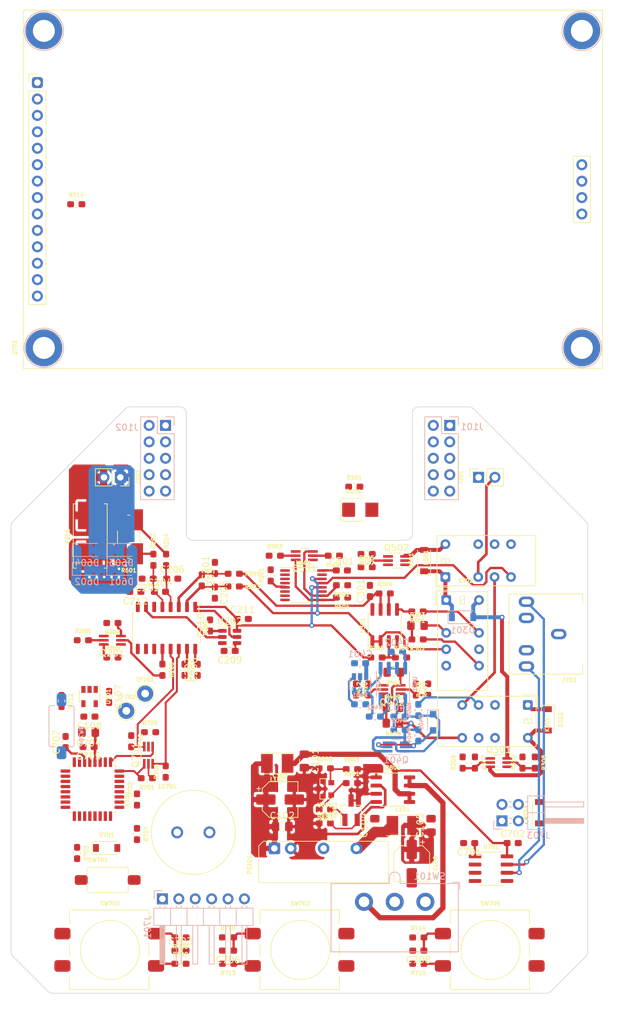
<source format=kicad_pcb>
(kicad_pcb (version 20171130) (host pcbnew "(5.1.6-0-10_14)")
  (layers (0 F.Cu signal) (1 In1.Cu power) (2 In2.Cu power) (31 B.Cu signal) (34 B.Paste user) (35 F.Paste user) (36 B.SilkS user) (37 F.SilkS user) (38 B.Mask user) (39 F.Mask user) (44 Edge.Cuts user))
  (net 0 "")
  (net 1 +5VL)
  (net 2 GND)
  (net 3 +5VD)
  (net 4 +5VA)
  (net 5 +3V3)
  (net 6 /ADC/V+_INPUT_FILTERED)
  (net 7 /ADC/I_SENSE+_FILTERED)
  (net 8 /ADC/VREF_2.048V_FILTERED)
  (net 9 /ADC/I_SENSE-_FILTERED)
  (net 10 VREF_4.096V)
  (net 11 "Net-(C403-Pad2)")
  (net 12 "Net-(C403-Pad1)")
  (net 13 "/MCU & Display/BTN1")
  (net 14 "/MCU & Display/BTN2")
  (net 15 "/MCU & Display/MCU_NRST")
  (net 16 "/MCU & Display/BTN3")
  (net 17 "Net-(D101-Pad2)")
  (net 18 "Net-(D301-Pad2)")
  (net 19 "Net-(D302-Pad2)")
  (net 20 "Net-(D401-Pad2)")
  (net 21 "Net-(D501-Pad2)")
  (net 22 "Net-(D601-Pad2)")
  (net 23 /ADC/I_SENSE+)
  (net 24 /ADC/I_SENSE-)
  (net 25 "Net-(D701-Pad2)")
  (net 26 "Net-(D702-Pad2)")
  (net 27 "/Front End/I+")
  (net 28 "Net-(J101-Pad10)")
  (net 29 "Net-(J102-Pad10)")
  (net 30 "Net-(J102-Pad9)")
  (net 31 "Net-(J102-Pad8)")
  (net 32 "Net-(J102-Pad7)")
  (net 33 "Net-(J102-Pad6)")
  (net 34 "Net-(J102-Pad5)")
  (net 35 "Net-(J102-Pad4)")
  (net 36 "Net-(J102-Pad3)")
  (net 37 "Net-(J102-Pad2)")
  (net 38 "Net-(J102-Pad1)")
  (net 39 "/Front End/V+")
  (net 40 "Net-(J701-Pad6)")
  (net 41 "/MCU & Display/MCU_SWDIO_BOOT0")
  (net 42 "/MCU & Display/MCU_SWCLK")
  (net 43 "Net-(J702-PadR)")
  (net 44 "Net-(J702-PadT)")
  (net 45 "/MCU & Display/MCU_PROG_RX")
  (net 46 "/MCU & Display/MCU_PROG_TX")
  (net 47 "/Front End/Calibration Mux/OUTPUT_V+")
  (net 48 "/Front End/Ohmeter Current Source/CURRENT_SOURCE_OUT+")
  (net 49 "/Front End/CURRENT_SOURCE_-")
  (net 50 /ADC/V-_INPUT)
  (net 51 "Net-(K501-Pad5)")
  (net 52 "Net-(LS701-Pad1)")
  (net 53 "Net-(Q201-Pad5)")
  (net 54 "Net-(Q201-Pad2)")
  (net 55 /ADC/ADC_~DRDY)
  (net 56 "Net-(Q201-Pad3)")
  (net 57 "Net-(Q301-Pad5)")
  (net 58 "Net-(Q301-Pad2)")
  (net 59 "Net-(Q402-Pad5)")
  (net 60 "Net-(Q402-Pad2)")
  (net 61 "Net-(Q402-Pad6)")
  (net 62 "Net-(Q402-Pad3)")
  (net 63 "Net-(Q501-Pad5)")
  (net 64 "Net-(Q501-Pad2)")
  (net 65 "Net-(Q501-Pad6)")
  (net 66 "Net-(Q501-Pad3)")
  (net 67 "Net-(Q502-Pad2)")
  (net 68 "/MCU & Display/SDA")
  (net 69 /ADC/SCL_5V)
  (net 70 /ADC/SDA_5V)
  (net 71 "/MCU & Display/SCL")
  (net 72 "/Power Input Protection/V_IN+")
  (net 73 "Net-(Q801-Pad4)")
  (net 74 "Net-(Q802-Pad1)")
  (net 75 /ADC/V+_INPUT)
  (net 76 "Net-(R206-Pad1)")
  (net 77 /ADC/VREF_4.096V_~EN)
  (net 78 "Net-(R305-Pad2)")
  (net 79 "/Front End/METER_CURRENT_SOURCE_ON")
  (net 80 "Net-(R401-Pad2)")
  (net 81 "/Front End/Ohmeter Current Source/VREF_1.024V")
  (net 82 "Net-(R402-Pad1)")
  (net 83 "/Front End/SET_CURRENT_SOURCE_A")
  (net 84 "/Front End/SET_CURRENT_SOURCE_B")
  (net 85 "Net-(R501-Pad1)")
  (net 86 "/Front End/CALIBRATE_MUX_~A")
  (net 87 "/Front End/CALIBRATE_RELAY_ON")
  (net 88 "/Front End/CALIBRATE_MUX_~B")
  (net 89 "Net-(R703-Pad2)")
  (net 90 "/MCU & Display/BUZZER")
  (net 91 "Net-(R709-Pad1)")
  (net 92 "Net-(R712-Pad2)")
  (net 93 "Net-(R713-Pad1)")
  (net 94 "Net-(R715-Pad1)")
  (net 95 "Net-(R801-Pad1)")
  (net 96 "Net-(R803-Pad1)")
  (net 97 "Net-(SW101-Pad1)")
  (net 98 "Net-(TP701-Pad1)")
  (net 99 "Net-(TP702-Pad1)")
  (net 100 "Net-(U101-Pad4)")
  (net 101 "Net-(U201-Pad11)")
  (net 102 "Net-(U201-Pad10)")
  (net 103 "Net-(U401-Pad6)")
  (net 104 "/MCU & Display/MCU_TX")
  (net 105 "/MCU & Display/MCU_RX")
  (net 106 "/MCU & Display/SPI_SCK")
  (net 107 "/MCU & Display/SPI_MISO")
  (net 108 "/MCU & Display/SPI_MOSI")
  (net 109 "/MCU & Display/SPI_SD_CS")
  (net 110 "/MCU & Display/LCD_DC")
  (net 111 "/MCU & Display/LCD_~RESET~")
  (net 112 "/MCU & Display/SPI_LCD_CS")
  (net 113 "/Power Input Protection/V_IN+_REV_PROTECTED")
  (net 114 /V_IN_ISOLATOR)
  (net 115 "Net-(R711-Pad1)")
  (net 116 "Net-(U702-Pad14)")
  (net 117 "Net-(U702-Pad13)")
  (net 118 "Net-(U702-Pad12)")
  (net 119 "Net-(U702-Pad11)")
  (net 120 "Net-(U702-Pad10)")
  (net 121 "Net-(R301-Pad2)")
  (net 122 "Net-(C210-Pad1)")
  (net 123 "Net-(C212-Pad1)")
  (net 124 "Net-(K302-Pad3)")
  (net 125 "Net-(K302-Pad5)")
  (net 126 "Net-(K302-Pad8)")
  (net 127 "Net-(K302-Pad10)")
  (net 128 "Net-(R304-Pad2)")
  (net 129 GNDL)
  (module Connector_PinHeader_2.54mm:PinHeader_2x02_P2.54mm_Horizontal (layer B.Cu) (at 176.022 113.538)
    (fp_text reference J703 (at 5.655 2.27) (layer B.SilkS) (effects (justify mirror)))
    (fp_text value Conn_02x02_Top_Bottom)
    (pad 4 thru_hole oval (at 2.54 -2.54) (size 1.7 1.7) (drill 1) (layers *.Cu *.Mask) (net 2 GND))
    (pad 3 thru_hole oval (at 0 -2.54) (size 1.7 1.7) (drill 1) (layers *.Cu *.Mask) (net 26 "Net-(D702-Pad2)"))
    (pad 2 thru_hole oval (at 2.54 0) (size 1.7 1.7) (drill 1) (layers *.Cu *.Mask) (net 45 "/MCU & Display/MCU_PROG_RX"))
    (pad 1 thru_hole rect (at 0 0) (size 1.7 1.7) (drill 1) (layers *.Cu *.Mask) (net 46 "/MCU & Display/MCU_PROG_TX"))
  )
  (module irex_Buzzer_Beeper:Buzzer_Murata_PKM13EPYH4000-A0_D12.6mm_H6.9mm (layer F.Cu) (at 125.73 115.316)
    (fp_text reference LS701 (at -1.5 -7.1) (layer F.SilkS) (effects (font (size 0.6096 0.6096))))
    (fp_text value PKM13EPYH4000-A0)
    (pad 2 thru_hole circle (at 5 0) (size 1.85 1.85) (drill 1.15) (layers *.Cu *.Mask) (net 2 GND))
    (pad 1 thru_hole circle (at 0 0) (size 1.85 1.85) (drill 1.15) (layers *.Cu *.Mask) (net 52 "Net-(LS701-Pad1)"))
  )
  (module Connector_PinHeader_2.54mm:PinHeader_1x06_P2.54mm_Horizontal (layer B.Cu) (at 123.444 125.603 270)
    (fp_text reference J701 (at 4.385 2.27 270) (layer B.SilkS) (effects (justify mirror)))
    (fp_text value Conn_01x06)
    (pad 6 thru_hole oval (at 0 -12.7 270) (size 1.7 1.7) (drill 1) (layers *.Cu *.Mask) (net 40 "Net-(J701-Pad6)"))
    (pad 5 thru_hole oval (at 0 -10.16 270) (size 1.7 1.7) (drill 1) (layers *.Cu *.Mask) (net 15 "/MCU & Display/MCU_NRST"))
    (pad 4 thru_hole oval (at 0 -7.62 270) (size 1.7 1.7) (drill 1) (layers *.Cu *.Mask) (net 41 "/MCU & Display/MCU_SWDIO_BOOT0"))
    (pad 3 thru_hole oval (at 0 -5.08 270) (size 1.7 1.7) (drill 1) (layers *.Cu *.Mask) (net 2 GND))
    (pad 2 thru_hole oval (at 0 -2.54 270) (size 1.7 1.7) (drill 1) (layers *.Cu *.Mask) (net 42 "/MCU & Display/MCU_SWCLK"))
    (pad 1 thru_hole rect (at 0 0 270) (size 1.7 1.7) (drill 1) (layers *.Cu *.Mask) (net 25 "Net-(D701-Pad2)"))
  )
  (module Resistor_SMD:R_0603_1608Metric_Pad1.05x0.95mm_HandSolder (layer F.Cu) (at 169.926 104.521 90)
    (fp_text reference R309 (at 0 -1.43 90) (layer F.SilkS) (effects (font (size 0.6096 0.6096))))
    (fp_text value 10k)
    (pad 2 smd roundrect (at 0.875 0 90) (size 1.05 0.95) (layers F.Cu F.Paste F.Mask) (net 2 GND))
    (pad 1 smd roundrect (at -0.875 0 90) (size 1.05 0.95) (layers F.Cu F.Paste F.Mask) (net 58 "Net-(Q301-Pad2)"))
  )
  (module Resistor_SMD:R_0603_1608Metric_Pad1.05x0.95mm_HandSolder (layer F.Cu) (at 181.102 104.521 270)
    (fp_text reference R308 (at 0 -1.43 90) (layer F.SilkS) (effects (font (size 0.6096 0.6096))))
    (fp_text value 100)
    (pad 2 smd roundrect (at 0.875 0 270) (size 1.05 0.95) (layers F.Cu F.Paste F.Mask) (net 57 "Net-(Q301-Pad5)"))
    (pad 1 smd roundrect (at -0.875 0 270) (size 1.05 0.95) (layers F.Cu F.Paste F.Mask) (net 79 "/Front End/METER_CURRENT_SOURCE_ON"))
  )
  (module Resistor_SMD:R_0603_1608Metric_Pad1.05x0.95mm_HandSolder (layer F.Cu) (at 171.831 104.521 270)
    (fp_text reference R307 (at 0 -1.43 90) (layer F.SilkS) (effects (font (size 0.6096 0.6096))))
    (fp_text value 100)
    (pad 2 smd roundrect (at 0.875 0 270) (size 1.05 0.95) (layers F.Cu F.Paste F.Mask) (net 58 "Net-(Q301-Pad2)"))
    (pad 1 smd roundrect (at -0.875 0 270) (size 1.05 0.95) (layers F.Cu F.Paste F.Mask) (net 79 "/Front End/METER_CURRENT_SOURCE_ON"))
  )
  (module Resistor_SMD:R_0603_1608Metric_Pad1.05x0.95mm_HandSolder (layer F.Cu) (at 179.197 104.521 90)
    (fp_text reference R310 (at 0 -1.43 90) (layer F.SilkS) (effects (font (size 0.6096 0.6096))))
    (fp_text value 10k)
    (pad 2 smd roundrect (at 0.875 0 90) (size 1.05 0.95) (layers F.Cu F.Paste F.Mask) (net 2 GND))
    (pad 1 smd roundrect (at -0.875 0 90) (size 1.05 0.95) (layers F.Cu F.Paste F.Mask) (net 57 "Net-(Q301-Pad5)"))
  )
  (module Package_TO_SOT_SMD:SOT-363_SC-70-6_Handsoldering (layer F.Cu) (at 175.514 104.521)
    (fp_text reference Q301 (at 0 -2) (layer F.SilkS))
    (fp_text value BSD840N)
    (pad 6 smd rect (at 1.33 -0.65) (size 1.5 0.4) (layers F.Cu F.Paste F.Mask) (net 18 "Net-(D301-Pad2)"))
    (pad 5 smd rect (at 1.33 0) (size 1.5 0.4) (layers F.Cu F.Paste F.Mask) (net 57 "Net-(Q301-Pad5)"))
    (pad 4 smd rect (at 1.33 0.65) (size 1.5 0.4) (layers F.Cu F.Paste F.Mask) (net 2 GND))
    (pad 3 smd rect (at -1.33 0.65) (size 1.5 0.4) (layers F.Cu F.Paste F.Mask) (net 19 "Net-(D302-Pad2)"))
    (pad 2 smd rect (at -1.33 0) (size 1.5 0.4) (layers F.Cu F.Paste F.Mask) (net 58 "Net-(Q301-Pad2)"))
    (pad 1 smd rect (at -1.33 -0.65) (size 1.5 0.4) (layers F.Cu F.Paste F.Mask) (net 2 GND))
  )
  (module Relay_THT:Relay_DPDT_Kemet_EC2 (layer F.Cu) (at 167.259 75.819 90)
    (fp_text reference K501 (at 3 -3 270) (layer F.SilkS) (effects (font (size 0.6096 0.6096))))
    (fp_text value EC2-5NU)
    (pad 12 thru_hole circle (at 5.08 0 90) (size 1.5 1.5) (drill 0.8) (layers *.Cu *.Mask) (net 21 "Net-(D501-Pad2)"))
    (pad 10 thru_hole circle (at 5.08 5.08 90) (size 1.5 1.5) (drill 0.8) (layers *.Cu *.Mask))
    (pad 9 thru_hole circle (at 5.08 7.62 90) (size 1.5 1.5) (drill 0.8) (layers *.Cu *.Mask))
    (pad 8 thru_hole circle (at 5.08 10.16 90) (size 1.5 1.5) (drill 0.8) (layers *.Cu *.Mask))
    (pad 5 thru_hole circle (at 0 10.16 90) (size 1.5 1.5) (drill 0.8) (layers *.Cu *.Mask) (net 51 "Net-(K501-Pad5)"))
    (pad 4 thru_hole circle (at 0 7.62 90) (size 1.5 1.5) (drill 0.8) (layers *.Cu *.Mask) (net 47 "/Front End/Calibration Mux/OUTPUT_V+"))
    (pad 3 thru_hole circle (at 0 5.08 90) (size 1.5 1.5) (drill 0.8) (layers *.Cu *.Mask) (net 39 "/Front End/V+"))
    (pad 1 thru_hole roundrect (at 0 0 90) (size 1.5 1.5) (drill 0.8) (layers *.Cu *.Mask) (roundrect_rratio 0.167) (net 4 +5VA))
  )
  (module Package_TO_SOT_SMD:SOT-23-6 (layer F.Cu) (at 133.858 85.09)
    (fp_text reference U202 (at 0 -2.4) (layer F.SilkS))
    (fp_text value MAX6070x41)
    (pad 6 smd roundrect (at 1.1375 -0.95) (size 1.325 0.6) (layers F.Cu F.Paste F.Mask) (net 10 VREF_4.096V))
    (pad 5 smd roundrect (at 1.1375 0) (size 1.325 0.6) (layers F.Cu F.Paste F.Mask) (net 10 VREF_4.096V))
    (pad 4 smd roundrect (at 1.1375 0.95) (size 1.325 0.6) (layers F.Cu F.Paste F.Mask) (net 4 +5VA))
    (pad 3 smd roundrect (at -1.1375 0.95) (size 1.325 0.6) (layers F.Cu F.Paste F.Mask) (net 56 "Net-(Q201-Pad3)"))
    (pad 2 smd roundrect (at -1.1375 0) (size 1.325 0.6) (layers F.Cu F.Paste F.Mask) (net 2 GND))
    (pad 1 smd roundrect (at -1.1375 -0.95) (size 1.325 0.6) (layers F.Cu F.Paste F.Mask) (net 122 "Net-(C210-Pad1)"))
  )
  (module Capacitor_SMD:C_0603_1608Metric_Pad1.08x0.95mm_HandSolder (layer F.Cu) (at 163.068 133.604 180)
    (fp_text reference C708 (at 0 -1.43) (layer F.SilkS))
    (fp_text value 0.1uF)
    (pad 2 smd roundrect (at 0.8625 0 180) (size 1.075 0.95) (layers F.Cu F.Paste F.Mask) (net 2 GND))
    (pad 1 smd roundrect (at -0.8625 0 180) (size 1.075 0.95) (layers F.Cu F.Paste F.Mask) (net 16 "/MCU & Display/BTN3"))
  )
  (module Capacitor_SMD:C_0603_1608Metric_Pad1.08x0.95mm_HandSolder (layer F.Cu) (at 108.458 101.346 90)
    (fp_text reference C707 (at 0 -1.43 90) (layer F.SilkS))
    (fp_text value 0.1uF)
    (pad 2 smd roundrect (at 0.8625 0 90) (size 1.075 0.95) (layers F.Cu F.Paste F.Mask) (net 2 GND))
    (pad 1 smd roundrect (at -0.8625 0 90) (size 1.075 0.95) (layers F.Cu F.Paste F.Mask) (net 15 "/MCU & Display/MCU_NRST"))
  )
  (module Capacitor_SMD:C_0603_1608Metric_Pad1.08x0.95mm_HandSolder (layer F.Cu) (at 133.604 133.604 180)
    (fp_text reference C706 (at 0 -1.43) (layer F.SilkS))
    (fp_text value 0.1uF)
    (pad 2 smd roundrect (at 0.8625 0 180) (size 1.075 0.95) (layers F.Cu F.Paste F.Mask) (net 2 GND))
    (pad 1 smd roundrect (at -0.8625 0 180) (size 1.075 0.95) (layers F.Cu F.Paste F.Mask) (net 14 "/MCU & Display/BTN2"))
  )
  (module Capacitor_SMD:C_0603_1608Metric_Pad1.08x0.95mm_HandSolder (layer F.Cu) (at 112.014 102.108 180)
    (fp_text reference C705 (at 0 -1.43) (layer F.SilkS))
    (fp_text value 0.1uF)
    (pad 2 smd roundrect (at 0.8625 0 180) (size 1.075 0.95) (layers F.Cu F.Paste F.Mask) (net 2 GND))
    (pad 1 smd roundrect (at -0.8625 0 180) (size 1.075 0.95) (layers F.Cu F.Paste F.Mask) (net 5 +3V3))
  )
  (module Capacitor_SMD:C_0805_2012Metric_Pad1.18x1.45mm_HandSolder (layer F.Cu) (at 112.014 99.822 180)
    (fp_text reference C704 (at 0 -1.68) (layer F.SilkS))
    (fp_text value 4.7uF)
    (pad 2 smd roundrect (at 1.0375 0 180) (size 1.175 1.45) (layers F.Cu F.Paste F.Mask) (roundrect_rratio 0.212766) (net 2 GND))
    (pad 1 smd roundrect (at -1.0375 0 180) (size 1.175 1.45) (layers F.Cu F.Paste F.Mask) (roundrect_rratio 0.212766) (net 5 +3V3))
  )
  (module Capacitor_SMD:C_0603_1608Metric_Pad1.08x0.95mm_HandSolder (layer F.Cu) (at 126.238 133.604)
    (fp_text reference C703 (at 0 -1.43) (layer F.SilkS))
    (fp_text value 0.1uF)
    (pad 2 smd roundrect (at 0.8625 0) (size 1.075 0.95) (layers F.Cu F.Paste F.Mask) (net 2 GND))
    (pad 1 smd roundrect (at -0.8625 0) (size 1.075 0.95) (layers F.Cu F.Paste F.Mask) (net 13 "/MCU & Display/BTN1"))
  )
  (module Capacitor_SMD:C_0603_1608Metric_Pad1.08x0.95mm_HandSolder (layer F.Cu) (at 177.673 116.967)
    (fp_text reference C702 (at 0 -1.43) (layer F.SilkS))
    (fp_text value 0.1uF)
    (pad 2 smd roundrect (at 0.8625 0) (size 1.075 0.95) (layers F.Cu F.Paste F.Mask) (net 129 GNDL))
    (pad 1 smd roundrect (at -0.8625 0) (size 1.075 0.95) (layers F.Cu F.Paste F.Mask) (net 1 +5VL))
  )
  (module Capacitor_SMD:C_0603_1608Metric_Pad1.08x0.95mm_HandSolder (layer F.Cu) (at 170.942 116.967 180)
    (fp_text reference C701 (at 0 -1.43) (layer F.SilkS))
    (fp_text value 0.1uF)
    (pad 2 smd roundrect (at 0.8625 0 180) (size 1.075 0.95) (layers F.Cu F.Paste F.Mask) (net 2 GND))
    (pad 1 smd roundrect (at -0.8625 0 180) (size 1.075 0.95) (layers F.Cu F.Paste F.Mask) (net 5 +3V3))
  )
  (module Capacitor_SMD:C_0603_1608Metric_Pad1.08x0.95mm_HandSolder (layer F.Cu) (at 151.2305 74.803)
    (fp_text reference C501 (at 0 -1.43) (layer F.SilkS))
    (fp_text value 1uF)
    (pad 2 smd roundrect (at 0.8625 0) (size 1.075 0.95) (layers F.Cu F.Paste F.Mask) (net 2 GND))
    (pad 1 smd roundrect (at -0.8625 0) (size 1.075 0.95) (layers F.Cu F.Paste F.Mask) (net 4 +5VA))
  )
  (module Capacitor_SMD:C_0603_1608Metric_Pad1.08x0.95mm_HandSolder (layer B.Cu) (at 160.147 97.409 180)
    (fp_text reference C403 (at 0 1.43) (layer B.SilkS) (effects (justify mirror)))
    (fp_text value 0.1uF)
    (pad 2 smd roundrect (at 0.8625 0 180) (size 1.075 0.95) (layers B.Cu B.Paste B.Mask) (net 11 "Net-(C403-Pad2)"))
    (pad 1 smd roundrect (at -0.8625 0 180) (size 1.075 0.95) (layers B.Cu B.Paste B.Mask) (net 12 "Net-(C403-Pad1)"))
  )
  (module Capacitor_SMD:C_0603_1608Metric_Pad1.08x0.95mm_HandSolder (layer B.Cu) (at 159.766 87.376 180)
    (fp_text reference C402 (at 0 1.43) (layer B.SilkS) (effects (justify mirror)))
    (fp_text value 1uF)
    (pad 2 smd roundrect (at 0.8625 0 180) (size 1.075 0.95) (layers B.Cu B.Paste B.Mask) (net 2 GND))
    (pad 1 smd roundrect (at -0.8625 0 180) (size 1.075 0.95) (layers B.Cu B.Paste B.Mask) (net 4 +5VA))
  )
  (module Capacitor_SMD:C_0603_1608Metric_Pad1.08x0.95mm_HandSolder (layer B.Cu) (at 154.051 89.154 180)
    (fp_text reference C401 (at 0 1.43) (layer B.SilkS) (effects (justify mirror)))
    (fp_text value 1uF)
    (pad 2 smd roundrect (at 0.8625 0 180) (size 1.075 0.95) (layers B.Cu B.Paste B.Mask) (net 2 GND))
    (pad 1 smd roundrect (at -0.8625 0 180) (size 1.075 0.95) (layers B.Cu B.Paste B.Mask) (net 4 +5VA))
  )
  (module Capacitor_SMD:C_0603_1608Metric_Pad1.08x0.95mm_HandSolder (layer F.Cu) (at 155.575 77.978 90)
    (fp_text reference C301 (at 0 -1.43 90) (layer F.SilkS))
    (fp_text value 1uF)
    (pad 2 smd roundrect (at 0.8625 0 90) (size 1.075 0.95) (layers F.Cu F.Paste F.Mask) (net 2 GND))
    (pad 1 smd roundrect (at -0.8625 0 90) (size 1.075 0.95) (layers F.Cu F.Paste F.Mask) (net 4 +5VA))
  )
  (module Capacitor_SMD:C_0603_1608Metric_Pad1.08x0.95mm_HandSolder (layer F.Cu) (at 119.253 78.105 180)
    (fp_text reference C212 (at 0 -1.43) (layer F.SilkS))
    (fp_text value 0.1uF)
    (pad 2 smd roundrect (at 0.8625 0 180) (size 1.075 0.95) (layers F.Cu F.Paste F.Mask) (net 2 GND))
    (pad 1 smd roundrect (at -0.8625 0 180) (size 1.075 0.95) (layers F.Cu F.Paste F.Mask) (net 123 "Net-(C212-Pad1)"))
  )
  (module Capacitor_SMD:C_0603_1608Metric_Pad1.08x0.95mm_HandSolder (layer F.Cu) (at 135.89 82.296)
    (fp_text reference C211 (at 0 -1.43) (layer F.SilkS))
    (fp_text value 0.1uF)
    (pad 2 smd roundrect (at 0.8625 0) (size 1.075 0.95) (layers F.Cu F.Paste F.Mask) (net 2 GND))
    (pad 1 smd roundrect (at -0.8625 0) (size 1.075 0.95) (layers F.Cu F.Paste F.Mask) (net 10 VREF_4.096V))
  )
  (module Capacitor_SMD:C_0603_1608Metric_Pad1.08x0.95mm_HandSolder (layer F.Cu) (at 130.81 83.312 90)
    (fp_text reference C210 (at 0 -1.43 90) (layer F.SilkS))
    (fp_text value 0.1uF)
    (pad 2 smd roundrect (at 0.8625 0 90) (size 1.075 0.95) (layers F.Cu F.Paste F.Mask) (net 2 GND))
    (pad 1 smd roundrect (at -0.8625 0 90) (size 1.075 0.95) (layers F.Cu F.Paste F.Mask) (net 122 "Net-(C210-Pad1)"))
  )
  (module Capacitor_SMD:C_0603_1608Metric_Pad1.08x0.95mm_HandSolder (layer F.Cu) (at 133.858 87.249 180)
    (fp_text reference C209 (at 0 -1.43) (layer F.SilkS))
    (fp_text value 0.1uF)
    (pad 2 smd roundrect (at 0.8625 0 180) (size 1.075 0.95) (layers F.Cu F.Paste F.Mask) (net 2 GND))
    (pad 1 smd roundrect (at -0.8625 0 180) (size 1.075 0.95) (layers F.Cu F.Paste F.Mask) (net 4 +5VA))
  )
  (module Capacitor_SMD:C_0603_1608Metric_Pad1.08x0.95mm_HandSolder (layer F.Cu) (at 126.873 90.17 270)
    (fp_text reference C208 (at 0 -1.43 90) (layer F.SilkS))
    (fp_text value 1uF)
    (pad 2 smd roundrect (at 0.8625 0 270) (size 1.075 0.95) (layers F.Cu F.Paste F.Mask) (net 2 GND))
    (pad 1 smd roundrect (at -0.8625 0 270) (size 1.075 0.95) (layers F.Cu F.Paste F.Mask) (net 3 +5VD))
  )
  (module Capacitor_SMD:C_0603_1608Metric_Pad1.08x0.95mm_HandSolder (layer F.Cu) (at 128.905 90.17 90)
    (fp_text reference C207 (at 0 -1.43 90) (layer F.SilkS))
    (fp_text value 1uF)
    (pad 2 smd roundrect (at 0.8625 0 90) (size 1.075 0.95) (layers F.Cu F.Paste F.Mask) (net 4 +5VA))
    (pad 1 smd roundrect (at -0.8625 0 90) (size 1.075 0.95) (layers F.Cu F.Paste F.Mask) (net 2 GND))
  )
  (module Capacitor_SMD:C_0603_1608Metric_Pad1.08x0.95mm_HandSolder (layer F.Cu) (at 124.968 76.073)
    (fp_text reference C206 (at 0 -1.43) (layer F.SilkS))
    (fp_text value 1uF)
    (pad 2 smd roundrect (at 0.8625 0) (size 1.075 0.95) (layers F.Cu F.Paste F.Mask) (net 2 GND))
    (pad 1 smd roundrect (at -0.8625 0) (size 1.075 0.95) (layers F.Cu F.Paste F.Mask) (net 9 /ADC/I_SENSE-_FILTERED))
  )
  (module Capacitor_SMD:C_0603_1608Metric_Pad1.08x0.95mm_HandSolder (layer F.Cu) (at 131.572 78.232 270)
    (fp_text reference C205 (at 0 -1.43 90) (layer F.SilkS))
    (fp_text value 1uF)
    (pad 2 smd roundrect (at 0.8625 0 270) (size 1.075 0.95) (layers F.Cu F.Paste F.Mask) (net 2 GND))
    (pad 1 smd roundrect (at -0.8625 0 270) (size 1.075 0.95) (layers F.Cu F.Paste F.Mask) (net 8 /ADC/VREF_2.048V_FILTERED))
  )
  (module Capacitor_SMD:C_0603_1608Metric_Pad1.08x0.95mm_HandSolder (layer F.Cu) (at 123.063 78.105)
    (fp_text reference C204 (at 0 -1.43) (layer F.SilkS))
    (fp_text value 1uF)
    (pad 2 smd roundrect (at 0.8625 0) (size 1.075 0.95) (layers F.Cu F.Paste F.Mask) (net 9 /ADC/I_SENSE-_FILTERED))
    (pad 1 smd roundrect (at -0.8625 0) (size 1.075 0.95) (layers F.Cu F.Paste F.Mask) (net 7 /ADC/I_SENSE+_FILTERED))
  )
  (module Capacitor_SMD:C_0603_1608Metric_Pad1.08x0.95mm_HandSolder (layer F.Cu) (at 129.54 76.327 270)
    (fp_text reference C203 (at 0 -1.43 90) (layer F.SilkS))
    (fp_text value 1uF)
    (pad 2 smd roundrect (at 0.8625 0 270) (size 1.075 0.95) (layers F.Cu F.Paste F.Mask) (net 8 /ADC/VREF_2.048V_FILTERED))
    (pad 1 smd roundrect (at -0.8625 0 270) (size 1.075 0.95) (layers F.Cu F.Paste F.Mask) (net 6 /ADC/V+_INPUT_FILTERED))
  )
  (module Capacitor_SMD:C_0603_1608Metric_Pad1.08x0.95mm_HandSolder (layer F.Cu) (at 121.158 76.073 180)
    (fp_text reference C202 (at 0 -1.43) (layer F.SilkS))
    (fp_text value 1uF)
    (pad 2 smd roundrect (at 0.8625 0 180) (size 1.075 0.95) (layers F.Cu F.Paste F.Mask) (net 2 GND))
    (pad 1 smd roundrect (at -0.8625 0 180) (size 1.075 0.95) (layers F.Cu F.Paste F.Mask) (net 7 /ADC/I_SENSE+_FILTERED))
  )
  (module Capacitor_SMD:C_0603_1608Metric_Pad1.08x0.95mm_HandSolder (layer F.Cu) (at 131.572 74.422 90)
    (fp_text reference C201 (at 0 -1.43 90) (layer F.SilkS))
    (fp_text value 1uF)
    (pad 2 smd roundrect (at 0.8625 0 90) (size 1.075 0.95) (layers F.Cu F.Paste F.Mask) (net 2 GND))
    (pad 1 smd roundrect (at -0.8625 0 90) (size 1.075 0.95) (layers F.Cu F.Paste F.Mask) (net 6 /ADC/V+_INPUT_FILTERED))
  )
  (module Capacitor_SMD:C_0603_1608Metric_Pad1.08x0.95mm_HandSolder (layer F.Cu) (at 112.141 97.409 180)
    (fp_text reference C108 (at 0 -1.43) (layer F.SilkS))
    (fp_text value 1uF)
    (pad 2 smd roundrect (at 0.8625 0 180) (size 1.075 0.95) (layers F.Cu F.Paste F.Mask) (net 2 GND))
    (pad 1 smd roundrect (at -0.8625 0 180) (size 1.075 0.95) (layers F.Cu F.Paste F.Mask) (net 5 +3V3))
  )
  (module Capacitor_SMD:C_0603_1608Metric_Pad1.08x0.95mm_HandSolder (layer F.Cu) (at 115.189 94.361 270)
    (fp_text reference C107 (at 0 -1.43 90) (layer F.SilkS))
    (fp_text value 1uF)
    (pad 2 smd roundrect (at 0.8625 0 270) (size 1.075 0.95) (layers F.Cu F.Paste F.Mask) (net 2 GND))
    (pad 1 smd roundrect (at -0.8625 0 270) (size 1.075 0.95) (layers F.Cu F.Paste F.Mask) (net 3 +5VD))
  )
  (module Capacitor_SMD:C_0805_2012Metric_Pad1.18x1.45mm_HandSolder (layer F.Cu) (at 165.0365 114.2365 90)
    (fp_text reference C105 (at 0 -1.68 90) (layer F.SilkS))
    (fp_text value 4.7uF)
    (pad 2 smd roundrect (at 1.0375 0 90) (size 1.175 1.45) (layers F.Cu F.Paste F.Mask) (roundrect_rratio 0.212766) (net 2 GND))
    (pad 1 smd roundrect (at -1.0375 0 90) (size 1.175 1.45) (layers F.Cu F.Paste F.Mask) (roundrect_rratio 0.212766) (net 4 +5VA))
  )
  (module Capacitor_SMD:C_0805_2012Metric_Pad1.18x1.45mm_HandSolder (layer F.Cu) (at 156.337 114.2365 90)
    (fp_text reference C104 (at 0 -1.68 90) (layer F.SilkS))
    (fp_text value 4.7uF)
    (pad 2 smd roundrect (at 1.0375 0 90) (size 1.175 1.45) (layers F.Cu F.Paste F.Mask) (roundrect_rratio 0.212766) (net 2 GND))
    (pad 1 smd roundrect (at -1.0375 0 90) (size 1.175 1.45) (layers F.Cu F.Paste F.Mask) (roundrect_rratio 0.212766) (net 3 +5VD))
  )
  (module Capacitor_SMD:C_0805_2012Metric_Pad1.18x1.45mm_HandSolder (layer F.Cu) (at 141.986 114.427)
    (fp_text reference C102 (at 0 -1.68) (layer F.SilkS))
    (fp_text value 4.7uF)
    (pad 2 smd roundrect (at 1.0375 0) (size 1.175 1.45) (layers F.Cu F.Paste F.Mask) (roundrect_rratio 0.212766) (net 129 GNDL))
    (pad 1 smd roundrect (at -1.0375 0) (size 1.175 1.45) (layers F.Cu F.Paste F.Mask) (roundrect_rratio 0.212766) (net 114 /V_IN_ISOLATOR))
  )
  (module Capacitor_SMD:C_0805_2012Metric_Pad1.18x1.45mm_HandSolder (layer F.Cu) (at 145.415 104.267 270)
    (fp_text reference C101 (at 0 -1.68 90) (layer F.SilkS))
    (fp_text value 4.7uF)
    (pad 2 smd roundrect (at 1.0375 0 270) (size 1.175 1.45) (layers F.Cu F.Paste F.Mask) (roundrect_rratio 0.212766) (net 129 GNDL))
    (pad 1 smd roundrect (at -1.0375 0 270) (size 1.175 1.45) (layers F.Cu F.Paste F.Mask) (roundrect_rratio 0.212766) (net 1 +5VL))
  )
  (module Resistor_SMD:R_0603_1608Metric_Pad1.05x0.95mm_HandSolder (layer F.Cu) (at 162.687 93.218 270)
    (fp_text reference R407 (at 0 -1.43 90) (layer F.SilkS) (effects (font (size 0.6096 0.6096))))
    (fp_text value 10k)
    (pad 1 smd roundrect (at -0.875 0 270) (size 1.05 0.95) (layers F.Cu F.Paste F.Mask) (net 4 +5VA))
    (pad 2 smd roundrect (at 0.875 0 270) (size 1.05 0.95) (layers F.Cu F.Paste F.Mask) (net 60 "Net-(Q402-Pad2)"))
  )
  (module Diode_SMD:D_SOD-323_HandSoldering (layer B.Cu) (at 165.354 98.298 270)
    (fp_text reference D401 (at 0 1.85 270) (layer B.SilkS) (effects (font (size 0.6096 0.6096)) (justify mirror)))
    (fp_text value DF2B7AFU)
    (pad 2 smd rect (at 1.25 0 270) (size 1 1) (layers B.Cu B.Paste B.Mask) (net 20 "Net-(D401-Pad2)"))
    (pad 1 smd rect (at -1.25 0 270) (size 1 1) (layers B.Cu B.Paste B.Mask) (net 12 "Net-(C403-Pad1)"))
  )
  (module Package_TO_SOT_SMD:SOT-363_SC-70-6_Handsoldering (layer F.Cu) (at 121.285 103.378 90)
    (fp_text reference Q701 (at 0 -2 90) (layer F.SilkS))
    (fp_text value BSD840N)
    (pad 6 smd rect (at 1.33 -0.65 90) (size 1.5 0.4) (layers F.Cu F.Paste F.Mask) (net 69 /ADC/SCL_5V))
    (pad 5 smd rect (at 1.33 0 90) (size 1.5 0.4) (layers F.Cu F.Paste F.Mask) (net 5 +3V3))
    (pad 4 smd rect (at 1.33 0.65 90) (size 1.5 0.4) (layers F.Cu F.Paste F.Mask) (net 68 "/MCU & Display/SDA"))
    (pad 3 smd rect (at -1.33 0.65 90) (size 1.5 0.4) (layers F.Cu F.Paste F.Mask) (net 70 /ADC/SDA_5V))
    (pad 2 smd rect (at -1.33 0 90) (size 1.5 0.4) (layers F.Cu F.Paste F.Mask) (net 5 +3V3))
    (pad 1 smd rect (at -1.33 -0.65 90) (size 1.5 0.4) (layers F.Cu F.Paste F.Mask) (net 71 "/MCU & Display/SCL"))
  )
  (module Package_TO_SOT_SMD:SOT-363_SC-70-6_Handsoldering (layer F.Cu) (at 159.7025 73.279)
    (fp_text reference Q502 (at 0 -2) (layer F.SilkS))
    (fp_text value BSD840N)
    (pad 6 smd rect (at 1.33 -0.65) (size 1.5 0.4) (layers F.Cu F.Paste F.Mask) (net 21 "Net-(D501-Pad2)"))
    (pad 5 smd rect (at 1.33 0) (size 1.5 0.4) (layers F.Cu F.Paste F.Mask) (net 2 GND))
    (pad 4 smd rect (at 1.33 0.65) (size 1.5 0.4) (layers F.Cu F.Paste F.Mask) (net 2 GND))
    (pad 3 smd rect (at -1.33 0.65) (size 1.5 0.4) (layers F.Cu F.Paste F.Mask) (net 2 GND))
    (pad 2 smd rect (at -1.33 0) (size 1.5 0.4) (layers F.Cu F.Paste F.Mask) (net 67 "Net-(Q502-Pad2)"))
    (pad 1 smd rect (at -1.33 -0.65) (size 1.5 0.4) (layers F.Cu F.Paste F.Mask) (net 2 GND))
  )
  (module Package_TO_SOT_SMD:SOT-363_SC-70-6_Handsoldering (layer F.Cu) (at 145.415 72.517 180)
    (fp_text reference Q501 (at 0 -2) (layer F.SilkS))
    (fp_text value BSD840N)
    (pad 6 smd rect (at 1.33 -0.65 180) (size 1.5 0.4) (layers F.Cu F.Paste F.Mask) (net 65 "Net-(Q501-Pad6)"))
    (pad 5 smd rect (at 1.33 0 180) (size 1.5 0.4) (layers F.Cu F.Paste F.Mask) (net 63 "Net-(Q501-Pad5)"))
    (pad 4 smd rect (at 1.33 0.65 180) (size 1.5 0.4) (layers F.Cu F.Paste F.Mask) (net 2 GND))
    (pad 3 smd rect (at -1.33 0.65 180) (size 1.5 0.4) (layers F.Cu F.Paste F.Mask) (net 66 "Net-(Q501-Pad3)"))
    (pad 2 smd rect (at -1.33 0 180) (size 1.5 0.4) (layers F.Cu F.Paste F.Mask) (net 64 "Net-(Q501-Pad2)"))
    (pad 1 smd rect (at -1.33 -0.65 180) (size 1.5 0.4) (layers F.Cu F.Paste F.Mask) (net 2 GND))
  )
  (module Package_TO_SOT_SMD:SOT-363_SC-70-6_Handsoldering (layer F.Cu) (at 159.004 93.218 180)
    (fp_text reference Q402 (at 0 -2) (layer F.SilkS))
    (fp_text value BSD840N)
    (pad 1 smd rect (at -1.33 -0.65 180) (size 1.5 0.4) (layers F.Cu F.Paste F.Mask) (net 2 GND))
    (pad 2 smd rect (at -1.33 0 180) (size 1.5 0.4) (layers F.Cu F.Paste F.Mask) (net 60 "Net-(Q402-Pad2)"))
    (pad 3 smd rect (at -1.33 0.65 180) (size 1.5 0.4) (layers F.Cu F.Paste F.Mask) (net 62 "Net-(Q402-Pad3)"))
    (pad 4 smd rect (at 1.33 0.65 180) (size 1.5 0.4) (layers F.Cu F.Paste F.Mask) (net 2 GND))
    (pad 5 smd rect (at 1.33 0 180) (size 1.5 0.4) (layers F.Cu F.Paste F.Mask) (net 59 "Net-(Q402-Pad5)"))
    (pad 6 smd rect (at 1.33 -0.65 180) (size 1.5 0.4) (layers F.Cu F.Paste F.Mask) (net 61 "Net-(Q402-Pad6)"))
  )
  (module Package_TO_SOT_SMD:SOT-363_SC-70-6_Handsoldering (layer B.Cu) (at 159.639 102.108)
    (fp_text reference Q401 (at 0 2) (layer B.SilkS) (effects (justify mirror)))
    (fp_text value BSD840N)
    (pad 6 smd rect (at 1.33 0.65) (size 1.5 0.4) (layers B.Cu B.Paste B.Mask) (net 12 "Net-(C403-Pad1)"))
    (pad 5 smd rect (at 1.33 0) (size 1.5 0.4) (layers B.Cu B.Paste B.Mask) (net 20 "Net-(D401-Pad2)"))
    (pad 4 smd rect (at 1.33 -0.65) (size 1.5 0.4) (layers B.Cu B.Paste B.Mask) (net 49 "/Front End/CURRENT_SOURCE_-"))
    (pad 3 smd rect (at -1.33 -0.65) (size 1.5 0.4) (layers B.Cu B.Paste B.Mask) (net 12 "Net-(C403-Pad1)"))
    (pad 2 smd rect (at -1.33 0) (size 1.5 0.4) (layers B.Cu B.Paste B.Mask) (net 20 "Net-(D401-Pad2)"))
    (pad 1 smd rect (at -1.33 0.65) (size 1.5 0.4) (layers B.Cu B.Paste B.Mask) (net 49 "/Front End/CURRENT_SOURCE_-"))
  )
  (module Package_TO_SOT_SMD:SOT-363_SC-70-6_Handsoldering (layer F.Cu) (at 115.697 85.598 180)
    (fp_text reference Q201 (at 0 -2) (layer F.SilkS))
    (fp_text value BSD840N)
    (pad 6 smd rect (at 1.33 -0.65 180) (size 1.5 0.4) (layers F.Cu F.Paste F.Mask) (net 55 /ADC/ADC_~DRDY))
    (pad 5 smd rect (at 1.33 0 180) (size 1.5 0.4) (layers F.Cu F.Paste F.Mask) (net 53 "Net-(Q201-Pad5)"))
    (pad 4 smd rect (at 1.33 0.65 180) (size 1.5 0.4) (layers F.Cu F.Paste F.Mask) (net 2 GND))
    (pad 3 smd rect (at -1.33 0.65 180) (size 1.5 0.4) (layers F.Cu F.Paste F.Mask) (net 56 "Net-(Q201-Pad3)"))
    (pad 2 smd rect (at -1.33 0 180) (size 1.5 0.4) (layers F.Cu F.Paste F.Mask) (net 54 "Net-(Q201-Pad2)"))
    (pad 1 smd rect (at -1.33 -0.65 180) (size 1.5 0.4) (layers F.Cu F.Paste F.Mask) (net 2 GND))
  )
  (module Relay_THT:Relay_DPDT_Kemet_EC2 (layer F.Cu) (at 180.0225 95.6135 270)
    (fp_text reference K301 (at 3 -3 270) (layer F.SilkS) (effects (font (size 0.6096 0.6096))))
    (fp_text value EC2-5NU)
    (pad 12 thru_hole circle (at 5.08 0 270) (size 1.5 1.5) (drill 0.8) (layers *.Cu *.Mask) (net 19 "Net-(D302-Pad2)"))
    (pad 10 thru_hole circle (at 5.08 5.08 270) (size 1.5 1.5) (drill 0.8) (layers *.Cu *.Mask) (net 50 /ADC/V-_INPUT))
    (pad 9 thru_hole circle (at 5.08 7.62 270) (size 1.5 1.5) (drill 0.8) (layers *.Cu *.Mask) (net 24 /ADC/I_SENSE-))
    (pad 8 thru_hole circle (at 5.08 10.16 270) (size 1.5 1.5) (drill 0.8) (layers *.Cu *.Mask) (net 49 "/Front End/CURRENT_SOURCE_-"))
    (pad 5 thru_hole circle (at 0 10.16 270) (size 1.5 1.5) (drill 0.8) (layers *.Cu *.Mask) (net 47 "/Front End/Calibration Mux/OUTPUT_V+"))
    (pad 4 thru_hole circle (at 0 7.62 270) (size 1.5 1.5) (drill 0.8) (layers *.Cu *.Mask) (net 48 "/Front End/Ohmeter Current Source/CURRENT_SOURCE_OUT+"))
    (pad 3 thru_hole circle (at 0 5.08 270) (size 1.5 1.5) (drill 0.8) (layers *.Cu *.Mask) (net 2 GND))
    (pad 1 thru_hole roundrect (at 0 0 270) (size 1.5 1.5) (drill 0.8) (layers *.Cu *.Mask) (roundrect_rratio 0.167) (net 4 +5VA))
  )
  (module Relay_THT:Relay_DPDT_Kemet_EC2 (layer F.Cu) (at 167.386 79.375)
    (fp_text reference K302 (at 3 -3 180) (layer F.SilkS) (effects (font (size 0.6096 0.6096))))
    (fp_text value EC2-5NU)
    (pad 1 thru_hole roundrect (at 0 0) (size 1.5 1.5) (drill 0.8) (layers *.Cu *.Mask) (roundrect_rratio 0.167) (net 4 +5VA))
    (pad 3 thru_hole circle (at 0 5.08 90) (size 1.5 1.5) (drill 0.8) (layers *.Cu *.Mask) (net 124 "Net-(K302-Pad3)"))
    (pad 4 thru_hole circle (at 0 7.62) (size 1.5 1.5) (drill 0.8) (layers *.Cu *.Mask) (net 50 /ADC/V-_INPUT))
    (pad 5 thru_hole circle (at 0 10.16) (size 1.5 1.5) (drill 0.8) (layers *.Cu *.Mask) (net 125 "Net-(K302-Pad5)"))
    (pad 8 thru_hole circle (at 5.08 10.16) (size 1.5 1.5) (drill 0.8) (layers *.Cu *.Mask) (net 126 "Net-(K302-Pad8)"))
    (pad 9 thru_hole circle (at 5.08 7.62) (size 1.5 1.5) (drill 0.8) (layers *.Cu *.Mask) (net 47 "/Front End/Calibration Mux/OUTPUT_V+"))
    (pad 10 thru_hole circle (at 5.08 5.08) (size 1.5 1.5) (drill 0.8) (layers *.Cu *.Mask) (net 127 "Net-(K302-Pad10)"))
    (pad 12 thru_hole circle (at 5.08 0) (size 1.5 1.5) (drill 0.8) (layers *.Cu *.Mask) (net 18 "Net-(D301-Pad2)"))
  )
  (module Inductor_SMD:L_Taiyo-Yuden_NR-30xx_HandSoldering (layer F.Cu) (at 141.224 104.648 180)
    (fp_text reference L102 (at 0 -2.5 180) (layer F.SilkS) (effects (font (size 0.6096 0.6096))))
    (fp_text value 6.8uH)
    (pad 1 smd rect (at -1.6 0 180) (size 1.8 2.9) (layers F.Cu F.Paste F.Mask) (net 1 +5VL))
    (pad 2 smd rect (at 1.6 0 180) (size 1.8 2.9) (layers F.Cu F.Paste F.Mask) (net 114 /V_IN_ISOLATOR))
  )
  (module Inductor_SMD:L_Taiyo-Yuden_NR-30xx_HandSoldering (layer F.Cu) (at 160.655 114.2365)
    (fp_text reference L101 (at 0 -2.5) (layer F.SilkS) (effects (font (size 0.6096 0.6096))))
    (fp_text value 6.8uH)
    (pad 2 smd rect (at 1.6 0) (size 1.8 2.9) (layers F.Cu F.Paste F.Mask) (net 4 +5VA))
    (pad 1 smd rect (at -1.6 0) (size 1.8 2.9) (layers F.Cu F.Paste F.Mask) (net 3 +5VD))
  )
  (module Resistor_SMD:R_Shunt_Ohmite_LVK24 (layer F.Cu) (at 118.237 69.596 180)
    (fp_text reference R601 (at 0 -5.2 180) (layer F.SilkS) (effects (font (size 0.6096 0.6096))))
    (fp_text value 0.1)
    (pad 2 smd rect (at 1.25 2.625 180) (size 1.9 3.25) (layers F.Cu F.Paste F.Mask) (net 24 /ADC/I_SENSE-))
    (pad 2 smd rect (at -1.25 2.625 180) (size 1.9 3.25) (layers F.Cu F.Paste F.Mask) (net 24 /ADC/I_SENSE-))
    (pad 1 smd rect (at 1.25 -2.625 180) (size 1.9 3.25) (layers F.Cu F.Paste F.Mask) (net 23 /ADC/I_SENSE+))
    (pad 1 smd rect (at -1.25 -2.625 180) (size 1.9 3.25) (layers F.Cu F.Paste F.Mask) (net 23 /ADC/I_SENSE+))
  )
  (module Resistor_SMD:R_0603_1608Metric_Pad1.05x0.95mm_HandSolder (layer F.Cu) (at 152.781 105.537)
    (fp_text reference R803 (at 0 -1.43) (layer F.SilkS) (effects (font (size 0.6096 0.6096))))
    (fp_text value 12k)
    (pad 1 smd roundrect (at -0.875 0) (size 1.05 0.95) (layers F.Cu F.Paste F.Mask) (net 96 "Net-(R803-Pad1)"))
    (pad 2 smd roundrect (at 0.875 0) (size 1.05 0.95) (layers F.Cu F.Paste F.Mask) (net 113 "/Power Input Protection/V_IN+_REV_PROTECTED"))
  )
  (module Resistor_SMD:R_0603_1608Metric_Pad1.05x0.95mm_HandSolder (layer F.Cu) (at 148.59 111.76 180)
    (fp_text reference R802 (at 0 -1.43) (layer F.SilkS) (effects (font (size 0.6096 0.6096))))
    (fp_text value 10k)
    (pad 1 smd roundrect (at -0.875 0 180) (size 1.05 0.95) (layers F.Cu F.Paste F.Mask) (net 74 "Net-(Q802-Pad1)"))
    (pad 2 smd roundrect (at 0.875 0 180) (size 1.05 0.95) (layers F.Cu F.Paste F.Mask) (net 95 "Net-(R801-Pad1)"))
  )
  (module Fuse:Fuseholder_Littelfuse_Nano2_154x (layer F.Cu) (at 112.268 69.469 90)
    (fp_text reference F601 (at 0 -3.5 90 unlocked) (layer F.SilkS) (effects (font (size 0.6096 0.6096))))
    (fp_text value 2.0A)
    (pad 2 smd rect (at 3.185 0 90) (size 4.24 3.81) (layers F.Cu F.Paste F.Mask) (net 27 "/Front End/I+"))
    (pad 1 smd rect (at -3.185 0 90) (size 4.24 3.81) (layers F.Cu F.Paste F.Mask) (net 23 /ADC/I_SENSE+))
  )
  (module Package_SO:SO-8_3.9x4.9mm_P1.27mm (layer F.Cu) (at 159.131 108.712)
    (fp_text reference Q801 (at 0 -3.4) (layer F.SilkS) (effects (font (size 0.6096 0.6096))))
    (fp_text value DMP3085LSD)
    (pad 1 smd roundrect (at -2.575 -1.905) (size 1.75 0.6) (layers F.Cu F.Paste F.Mask) (net 113 "/Power Input Protection/V_IN+_REV_PROTECTED"))
    (pad 2 smd roundrect (at -2.575 -0.635) (size 1.75 0.6) (layers F.Cu F.Paste F.Mask) (net 129 GNDL))
    (pad 3 smd roundrect (at -2.575 0.635) (size 1.75 0.6) (layers F.Cu F.Paste F.Mask) (net 113 "/Power Input Protection/V_IN+_REV_PROTECTED"))
    (pad 4 smd roundrect (at -2.575 1.905) (size 1.75 0.6) (layers F.Cu F.Paste F.Mask) (net 73 "Net-(Q801-Pad4)"))
    (pad 5 smd roundrect (at 2.575 1.905) (size 1.75 0.6) (layers F.Cu F.Paste F.Mask) (net 1 +5VL))
    (pad 6 smd roundrect (at 2.575 0.635) (size 1.75 0.6) (layers F.Cu F.Paste F.Mask) (net 1 +5VL))
    (pad 7 smd roundrect (at 2.575 -0.635) (size 1.75 0.6) (layers F.Cu F.Paste F.Mask) (net 72 "/Power Input Protection/V_IN+"))
    (pad 8 smd roundrect (at 2.575 -1.905) (size 1.75 0.6) (layers F.Cu F.Paste F.Mask) (net 72 "/Power Input Protection/V_IN+"))
  )
  (module irex_Button_Switch_THT:SW_CuK_L102021ML04Q_SPDT_Angled (layer B.Cu) (at 164.1602 126.0602 180)
    (fp_text reference SW101 (at -0.65 3.95) (layer B.SilkS) (effects (justify mirror)))
    (fp_text value L102021ML04Q)
    (pad 3 thru_hole circle (at 9.5 0 180) (size 2.8 2.8) (drill 1.65) (layers *.Cu *.Mask) (net 72 "/Power Input Protection/V_IN+"))
    (pad 2 thru_hole circle (at 4.75 0 180) (size 2.8 2.8) (drill 1.65) (layers *.Cu *.Mask) (net 28 "Net-(J101-Pad10)"))
    (pad 1 thru_hole circle (at 0 0 180) (size 2.8 2.8) (drill 1.65) (layers *.Cu *.Mask) (net 97 "Net-(SW101-Pad1)"))
  )
  (module Connector_PinSocket_2.54mm:PinSocket_1x02_P2.54mm_Vertical (layer F.Cu) (at 116.9308 60.3994 270)
    (fp_text reference J302 (at 0 -2.77 90) (layer F.SilkS) (effects (font (size 0.6096 0.6096))))
    (fp_text value I+)
    (pad 2 thru_hole oval (at 0 2.54 270) (size 1.7 1.7) (drill 1) (layers *.Cu *.Mask) (net 27 "/Front End/I+"))
    (pad 1 thru_hole rect (at 0 0 270) (size 1.7 1.7) (drill 1) (layers *.Cu *.Mask) (net 24 /ADC/I_SENSE-))
  )
  (module Connector_PinSocket_2.54mm:PinSocket_1x02_P2.54mm_Vertical (layer F.Cu) (at 172.3908 60.3994 90)
    (fp_text reference J301 (at 0 -2.77 90) (layer F.SilkS) (effects (font (size 0.6096 0.6096))))
    (fp_text value V+)
    (pad 2 thru_hole oval (at 0 2.54 90) (size 1.7 1.7) (drill 1) (layers *.Cu *.Mask) (net 39 "/Front End/V+"))
    (pad 1 thru_hole rect (at 0 0 90) (size 1.7 1.7) (drill 1) (layers *.Cu *.Mask) (net 24 /ADC/I_SENSE-))
  )
  (module Package_TO_SOT_SMD:SOT-23 (layer F.Cu) (at 148.59 108.585 180)
    (fp_text reference U801 (at 0 -2.5) (layer F.SilkS) (effects (font (size 0.6096 0.6096))))
    (fp_text value TL432LI)
    (pad 1 smd rect (at -1 -0.95 180) (size 0.9 0.8) (layers F.Cu F.Paste F.Mask) (net 95 "Net-(R801-Pad1)"))
    (pad 2 smd rect (at -1 0.95 180) (size 0.9 0.8) (layers F.Cu F.Paste F.Mask) (net 96 "Net-(R803-Pad1)"))
    (pad 3 smd rect (at 1 0 180) (size 0.9 0.8) (layers F.Cu F.Paste F.Mask) (net 129 GNDL))
  )
  (module Package_QFP:LQFP-32_7x7mm_P0.8mm (layer F.Cu) (at 112.6062 108.6332 270)
    (fp_text reference U703 (at 0 -5.88 90) (layer F.SilkS) (effects (font (size 0.6096 0.6096))))
    (fp_text value STM32G030Kx)
    (pad 32 smd roundrect (at -2.8 -4.175 270) (size 0.5 1.5) (layers F.Cu F.Paste F.Mask) (net 71 "/MCU & Display/SCL"))
    (pad 31 smd roundrect (at -2 -4.175 270) (size 0.5 1.5) (layers F.Cu F.Paste F.Mask) (net 105 "/MCU & Display/MCU_RX"))
    (pad 30 smd roundrect (at -1.2 -4.175 270) (size 0.5 1.5) (layers F.Cu F.Paste F.Mask) (net 104 "/MCU & Display/MCU_TX"))
    (pad 29 smd roundrect (at -0.4 -4.175 270) (size 0.5 1.5) (layers F.Cu F.Paste F.Mask) (net 87 "/Front End/CALIBRATE_RELAY_ON"))
    (pad 28 smd roundrect (at 0.4 -4.175 270) (size 0.5 1.5) (layers F.Cu F.Paste F.Mask) (net 88 "/Front End/CALIBRATE_MUX_~B"))
    (pad 27 smd roundrect (at 1.2 -4.175 270) (size 0.5 1.5) (layers F.Cu F.Paste F.Mask) (net 86 "/Front End/CALIBRATE_MUX_~A"))
    (pad 26 smd roundrect (at 2 -4.175 270) (size 0.5 1.5) (layers F.Cu F.Paste F.Mask) (net 79 "/Front End/METER_CURRENT_SOURCE_ON"))
    (pad 25 smd roundrect (at 2.8 -4.175 270) (size 0.5 1.5) (layers F.Cu F.Paste F.Mask) (net 41 "/MCU & Display/MCU_SWDIO_BOOT0"))
    (pad 24 smd roundrect (at 4.175 -2.8 270) (size 1.5 0.5) (layers F.Cu F.Paste F.Mask) (net 42 "/MCU & Display/MCU_SWCLK"))
    (pad 23 smd roundrect (at 4.175 -2 270) (size 1.5 0.5) (layers F.Cu F.Paste F.Mask) (net 84 "/Front End/SET_CURRENT_SOURCE_B"))
    (pad 22 smd roundrect (at 4.175 -1.2 270) (size 1.5 0.5) (layers F.Cu F.Paste F.Mask) (net 83 "/Front End/SET_CURRENT_SOURCE_A"))
    (pad 21 smd roundrect (at 4.175 -0.4 270) (size 1.5 0.5) (layers F.Cu F.Paste F.Mask) (net 45 "/MCU & Display/MCU_PROG_RX"))
    (pad 20 smd roundrect (at 4.175 0.4 270) (size 1.5 0.5) (layers F.Cu F.Paste F.Mask) (net 90 "/MCU & Display/BUZZER"))
    (pad 19 smd roundrect (at 4.175 1.2 270) (size 1.5 0.5) (layers F.Cu F.Paste F.Mask) (net 46 "/MCU & Display/MCU_PROG_TX"))
    (pad 18 smd roundrect (at 4.175 2 270) (size 1.5 0.5) (layers F.Cu F.Paste F.Mask) (net 109 "/MCU & Display/SPI_SD_CS"))
    (pad 17 smd roundrect (at 4.175 2.8 270) (size 1.5 0.5) (layers F.Cu F.Paste F.Mask) (net 16 "/MCU & Display/BTN3"))
    (pad 16 smd roundrect (at 2.8 4.175 270) (size 0.5 1.5) (layers F.Cu F.Paste F.Mask) (net 14 "/MCU & Display/BTN2"))
    (pad 15 smd roundrect (at 2 4.175 270) (size 0.5 1.5) (layers F.Cu F.Paste F.Mask) (net 13 "/MCU & Display/BTN1"))
    (pad 14 smd roundrect (at 1.2 4.175 270) (size 0.5 1.5) (layers F.Cu F.Paste F.Mask) (net 108 "/MCU & Display/SPI_MOSI"))
    (pad 13 smd roundrect (at 0.4 4.175 270) (size 0.5 1.5) (layers F.Cu F.Paste F.Mask) (net 107 "/MCU & Display/SPI_MISO"))
    (pad 12 smd roundrect (at -0.4 4.175 270) (size 0.5 1.5) (layers F.Cu F.Paste F.Mask) (net 106 "/MCU & Display/SPI_SCK"))
    (pad 11 smd roundrect (at -1.2 4.175 270) (size 0.5 1.5) (layers F.Cu F.Paste F.Mask) (net 112 "/MCU & Display/SPI_LCD_CS"))
    (pad 10 smd roundrect (at -2 4.175 270) (size 0.5 1.5) (layers F.Cu F.Paste F.Mask) (net 110 "/MCU & Display/LCD_DC"))
    (pad 9 smd roundrect (at -2.8 4.175 270) (size 0.5 1.5) (layers F.Cu F.Paste F.Mask) (net 111 "/MCU & Display/LCD_~RESET~"))
    (pad 8 smd roundrect (at -4.175 2.8 270) (size 1.5 0.5) (layers F.Cu F.Paste F.Mask) (net 55 /ADC/ADC_~DRDY))
    (pad 7 smd roundrect (at -4.175 2 270) (size 1.5 0.5) (layers F.Cu F.Paste F.Mask) (net 77 /ADC/VREF_4.096V_~EN))
    (pad 6 smd roundrect (at -4.175 1.2 270) (size 1.5 0.5) (layers F.Cu F.Paste F.Mask) (net 15 "/MCU & Display/MCU_NRST"))
    (pad 5 smd roundrect (at -4.175 0.4 270) (size 1.5 0.5) (layers F.Cu F.Paste F.Mask) (net 2 GND))
    (pad 4 smd roundrect (at -4.175 -0.4 270) (size 1.5 0.5) (layers F.Cu F.Paste F.Mask) (net 5 +3V3))
    (pad 3 smd roundrect (at -4.175 -1.2 270) (size 1.5 0.5) (layers F.Cu F.Paste F.Mask) (net 99 "Net-(TP702-Pad1)"))
    (pad 2 smd roundrect (at -4.175 -2 270) (size 1.5 0.5) (layers F.Cu F.Paste F.Mask) (net 98 "Net-(TP701-Pad1)"))
    (pad 1 smd roundrect (at -4.175 -2.8 270) (size 1.5 0.5) (layers F.Cu F.Paste F.Mask) (net 68 "/MCU & Display/SDA"))
  )
  (module irex_Display:LCD-Generic-3.2in_89.30x55.04mm (layer F.Cu) (at 104.0892 -0.6604 90)
    (fp_text reference U702 (at -41 -3.5 270) (layer F.SilkS) (effects (font (size 0.6096 0.6096))))
    (fp_text value LCD-Generic_3.2in_SPI_SD)
    (pad "" thru_hole circle (at -41.04 84.3 90) (size 5.7 5.7) (drill 3.4) (layers *.Cu *.Mask))
    (pad "" thru_hole circle (at 8 84.3 90) (size 5.7 5.7) (drill 3.4) (layers *.Cu *.Mask))
    (pad "" thru_hole circle (at 8 1 90) (size 5.7 5.7) (drill 3.4) (layers *.Cu *.Mask))
    (pad "" thru_hole circle (at -41.04 1 90) (size 5.7 5.7) (drill 3.4) (layers *.Cu *.Mask))
    (pad 18 thru_hole circle (at -20.33 84.3 90) (size 1.7 1.7) (drill 1) (layers *.Cu *.Mask) (net 106 "/MCU & Display/SPI_SCK"))
    (pad 17 thru_hole circle (at -17.79 84.3 90) (size 1.7 1.7) (drill 1) (layers *.Cu *.Mask) (net 107 "/MCU & Display/SPI_MISO"))
    (pad 16 thru_hole circle (at -15.25 84.3 90) (size 1.7 1.7) (drill 1) (layers *.Cu *.Mask) (net 108 "/MCU & Display/SPI_MOSI"))
    (pad 15 thru_hole circle (at -12.71 84.3 90) (size 1.7 1.7) (drill 1) (layers *.Cu *.Mask) (net 109 "/MCU & Display/SPI_SD_CS"))
    (pad 14 thru_hole circle (at -33.02 0 90) (size 1.7 1.7) (drill 1) (layers *.Cu *.Mask) (net 116 "Net-(U702-Pad14)"))
    (pad 13 thru_hole circle (at -30.48 0 90) (size 1.7 1.7) (drill 1) (layers *.Cu *.Mask) (net 117 "Net-(U702-Pad13)"))
    (pad 12 thru_hole circle (at -27.94 0 90) (size 1.7 1.7) (drill 1) (layers *.Cu *.Mask) (net 118 "Net-(U702-Pad12)"))
    (pad 11 thru_hole circle (at -25.4 0 90) (size 1.7 1.7) (drill 1) (layers *.Cu *.Mask) (net 119 "Net-(U702-Pad11)"))
    (pad 10 thru_hole circle (at -22.86 0 90) (size 1.7 1.7) (drill 1) (layers *.Cu *.Mask) (net 120 "Net-(U702-Pad10)"))
    (pad 9 thru_hole circle (at -20.32 0 90) (size 1.7 1.7) (drill 1) (layers *.Cu *.Mask) (net 107 "/MCU & Display/SPI_MISO"))
    (pad 8 thru_hole circle (at -17.78 0 90) (size 1.7 1.7) (drill 1) (layers *.Cu *.Mask) (net 115 "Net-(R711-Pad1)"))
    (pad 7 thru_hole circle (at -15.24 0 90) (size 1.7 1.7) (drill 1) (layers *.Cu *.Mask) (net 106 "/MCU & Display/SPI_SCK"))
    (pad 6 thru_hole circle (at -12.7 0 90) (size 1.7 1.7) (drill 1) (layers *.Cu *.Mask) (net 108 "/MCU & Display/SPI_MOSI"))
    (pad 5 thru_hole circle (at -10.16 0 90) (size 1.7 1.7) (drill 1) (layers *.Cu *.Mask) (net 110 "/MCU & Display/LCD_DC"))
    (pad 4 thru_hole circle (at -7.62 0 90) (size 1.7 1.7) (drill 1) (layers *.Cu *.Mask) (net 111 "/MCU & Display/LCD_~RESET~"))
    (pad 3 thru_hole circle (at -5.08 0 90) (size 1.7 1.7) (drill 1) (layers *.Cu *.Mask) (net 112 "/MCU & Display/SPI_LCD_CS"))
    (pad 2 thru_hole circle (at -2.54 0 90) (size 1.7 1.7) (drill 1) (layers *.Cu *.Mask) (net 2 GND))
    (pad 1 thru_hole roundrect (at 0 0 90) (size 1.7 1.7) (drill 1) (layers *.Cu *.Mask) (net 5 +3V3))
  )
  (module Package_SO:SOIC-8_3.9x4.9mm_P1.27mm (layer F.Cu) (at 174.3252 120.9308)
    (fp_text reference U701 (at 0 -3.4) (layer F.SilkS) (effects (font (size 0.6096 0.6096))))
    (fp_text value SI8422)
    (pad 8 smd roundrect (at 2.475 -1.905) (size 1.95 0.6) (layers F.Cu F.Paste F.Mask) (net 1 +5VL))
    (pad 7 smd roundrect (at 2.475 -0.635) (size 1.95 0.6) (layers F.Cu F.Paste F.Mask) (net 44 "Net-(J702-PadT)"))
    (pad 6 smd roundrect (at 2.475 0.635) (size 1.95 0.6) (layers F.Cu F.Paste F.Mask) (net 43 "Net-(J702-PadR)"))
    (pad 5 smd roundrect (at 2.475 1.905) (size 1.95 0.6) (layers F.Cu F.Paste F.Mask) (net 129 GNDL))
    (pad 4 smd roundrect (at -2.475 1.905) (size 1.95 0.6) (layers F.Cu F.Paste F.Mask) (net 2 GND))
    (pad 3 smd roundrect (at -2.475 0.635) (size 1.95 0.6) (layers F.Cu F.Paste F.Mask) (net 104 "/MCU & Display/MCU_TX"))
    (pad 2 smd roundrect (at -2.475 -0.635) (size 1.95 0.6) (layers F.Cu F.Paste F.Mask) (net 105 "/MCU & Display/MCU_RX"))
    (pad 1 smd roundrect (at -2.475 -1.905) (size 1.95 0.6) (layers F.Cu F.Paste F.Mask) (net 5 +3V3))
  )
  (module Package_SO:TSSOP-16_4.4x5mm_P0.65mm (layer F.Cu) (at 145.288 77.089)
    (fp_text reference U501 (at 0 -3.45) (layer F.SilkS) (effects (font (size 0.6096 0.6096))))
    (fp_text value 74VHC4052AFT)
    (pad 16 smd roundrect (at 2.8625 -2.275) (size 1.475 0.4) (layers F.Cu F.Paste F.Mask) (net 4 +5VA))
    (pad 15 smd roundrect (at 2.8625 -1.625) (size 1.475 0.4) (layers F.Cu F.Paste F.Mask) (net 2 GND))
    (pad 14 smd roundrect (at 2.8625 -0.975) (size 1.475 0.4) (layers F.Cu F.Paste F.Mask) (net 50 /ADC/V-_INPUT))
    (pad 13 smd roundrect (at 2.8625 -0.325) (size 1.475 0.4) (layers F.Cu F.Paste F.Mask) (net 51 "Net-(K501-Pad5)"))
    (pad 12 smd roundrect (at 2.8625 0.325) (size 1.475 0.4) (layers F.Cu F.Paste F.Mask) (net 10 VREF_4.096V))
    (pad 11 smd roundrect (at 2.8625 0.975) (size 1.475 0.4) (layers F.Cu F.Paste F.Mask) (net 2 GND))
    (pad 10 smd roundrect (at 2.8625 1.625) (size 1.475 0.4) (layers F.Cu F.Paste F.Mask) (net 66 "Net-(Q501-Pad3)"))
    (pad 9 smd roundrect (at 2.8625 2.275) (size 1.475 0.4) (layers F.Cu F.Paste F.Mask) (net 65 "Net-(Q501-Pad6)"))
    (pad 8 smd roundrect (at -2.8625 2.275) (size 1.475 0.4) (layers F.Cu F.Paste F.Mask) (net 2 GND))
    (pad 7 smd roundrect (at -2.8625 1.625) (size 1.475 0.4) (layers F.Cu F.Paste F.Mask) (net 2 GND))
    (pad 6 smd roundrect (at -2.8625 0.975) (size 1.475 0.4) (layers F.Cu F.Paste F.Mask) (net 85 "Net-(R501-Pad1)"))
    (pad 5 smd roundrect (at -2.8625 0.325) (size 1.475 0.4) (layers F.Cu F.Paste F.Mask) (net 2 GND))
    (pad 4 smd roundrect (at -2.8625 -0.325) (size 1.475 0.4) (layers F.Cu F.Paste F.Mask) (net 2 GND))
    (pad 3 smd roundrect (at -2.8625 -0.975) (size 1.475 0.4) (layers F.Cu F.Paste F.Mask) (net 2 GND))
    (pad 2 smd roundrect (at -2.8625 -1.625) (size 1.475 0.4) (layers F.Cu F.Paste F.Mask) (net 2 GND))
    (pad 1 smd roundrect (at -2.8625 -2.275) (size 1.475 0.4) (layers F.Cu F.Paste F.Mask) (net 2 GND))
  )
  (module Package_TO_SOT_SMD:SOT-23-6 (layer B.Cu) (at 154.051 92.329 90)
    (fp_text reference U402 (at 0 2.9 -90) (layer B.SilkS) (effects (font (size 0.6096 0.6096)) (justify mirror)))
    (fp_text value MCP1501)
    (pad 5 smd rect (at 1.1 0 90) (size 1.06 0.65) (layers B.Cu B.Paste B.Mask) (net 2 GND))
    (pad 6 smd rect (at 1.1 0.95 90) (size 1.06 0.65) (layers B.Cu B.Paste B.Mask) (net 4 +5VA))
    (pad 4 smd rect (at 1.1 -0.95 90) (size 1.06 0.65) (layers B.Cu B.Paste B.Mask) (net 80 "Net-(R401-Pad2)"))
    (pad 3 smd rect (at -1.1 -0.95 90) (size 1.06 0.65) (layers B.Cu B.Paste B.Mask) (net 2 GND))
    (pad 2 smd rect (at -1.1 0 90) (size 1.06 0.65) (layers B.Cu B.Paste B.Mask) (net 2 GND))
    (pad 1 smd rect (at -1.1 0.95 90) (size 1.06 0.65) (layers B.Cu B.Paste B.Mask) (net 81 "/Front End/Ohmeter Current Source/VREF_1.024V"))
  )
  (module Package_SO:SOIC-8_3.9x4.9mm_P1.27mm (layer B.Cu) (at 159.1298 92.3836 90)
    (fp_text reference U401 (at 0 3.4 -90) (layer B.SilkS) (effects (font (size 0.6096 0.6096)) (justify mirror)))
    (fp_text value LMV358)
    (pad 8 smd roundrect (at 2.475 1.905 90) (size 1.95 0.6) (layers B.Cu B.Paste B.Mask) (net 4 +5VA))
    (pad 7 smd roundrect (at 2.475 0.635 90) (size 1.95 0.6) (layers B.Cu B.Paste B.Mask) (net 103 "Net-(U401-Pad6)"))
    (pad 6 smd roundrect (at 2.475 -0.635 90) (size 1.95 0.6) (layers B.Cu B.Paste B.Mask) (net 103 "Net-(U401-Pad6)"))
    (pad 5 smd roundrect (at 2.475 -1.905 90) (size 1.95 0.6) (layers B.Cu B.Paste B.Mask) (net 81 "/Front End/Ohmeter Current Source/VREF_1.024V"))
    (pad 4 smd roundrect (at -2.475 -1.905 90) (size 1.95 0.6) (layers B.Cu B.Paste B.Mask) (net 2 GND))
    (pad 3 smd roundrect (at -2.475 -0.635 90) (size 1.95 0.6) (layers B.Cu B.Paste B.Mask) (net 82 "Net-(R402-Pad1)"))
    (pad 2 smd roundrect (at -2.475 0.635 90) (size 1.95 0.6) (layers B.Cu B.Paste B.Mask) (net 11 "Net-(C403-Pad2)"))
    (pad 1 smd roundrect (at -2.475 1.905 90) (size 1.95 0.6) (layers B.Cu B.Paste B.Mask) (net 12 "Net-(C403-Pad1)"))
  )
  (module Package_SO:SOIC-8_3.9x4.9mm_P1.27mm (layer F.Cu) (at 157.861 83.312 90)
    (fp_text reference U301 (at 0 -3.4 90) (layer F.SilkS) (effects (font (size 0.6096 0.6096))))
    (fp_text value LMV358)
    (pad 1 smd roundrect (at -2.475 -1.905 90) (size 1.95 0.6) (layers F.Cu F.Paste F.Mask) (net 50 /ADC/V-_INPUT))
    (pad 2 smd roundrect (at -2.475 -0.635 90) (size 1.95 0.6) (layers F.Cu F.Paste F.Mask) (net 50 /ADC/V-_INPUT))
    (pad 3 smd roundrect (at -2.475 0.635 90) (size 1.95 0.6) (layers F.Cu F.Paste F.Mask) (net 78 "Net-(R305-Pad2)"))
    (pad 4 smd roundrect (at -2.475 1.905 90) (size 1.95 0.6) (layers F.Cu F.Paste F.Mask) (net 2 GND))
    (pad 5 smd roundrect (at 2.475 1.905 90) (size 1.95 0.6) (layers F.Cu F.Paste F.Mask) (net 121 "Net-(R301-Pad2)"))
    (pad 6 smd roundrect (at 2.475 0.635 90) (size 1.95 0.6) (layers F.Cu F.Paste F.Mask) (net 128 "Net-(R304-Pad2)"))
    (pad 7 smd roundrect (at 2.475 -0.635 90) (size 1.95 0.6) (layers F.Cu F.Paste F.Mask) (net 75 /ADC/V+_INPUT))
    (pad 8 smd roundrect (at 2.475 -1.905 90) (size 1.95 0.6) (layers F.Cu F.Paste F.Mask) (net 4 +5VA))
  )
  (module Package_SO:SOP-16_4.55x10.3mm_P1.27mm (layer F.Cu) (at 124.079 83.693 270)
    (fp_text reference U201 (at 0 -6.1 90) (layer F.SilkS) (effects (font (size 0.6096 0.6096))))
    (fp_text value NAU7802)
    (pad 16 smd roundrect (at 3.25 -4.445 270) (size 1.6 0.6) (layers F.Cu F.Paste F.Mask) (net 4 +5VA))
    (pad 15 smd roundrect (at 3.25 -3.175 270) (size 1.6 0.6) (layers F.Cu F.Paste F.Mask) (net 3 +5VD))
    (pad 14 smd roundrect (at 3.25 -1.905 270) (size 1.6 0.6) (layers F.Cu F.Paste F.Mask) (net 70 /ADC/SDA_5V))
    (pad 13 smd roundrect (at 3.25 -0.635 270) (size 1.6 0.6) (layers F.Cu F.Paste F.Mask) (net 69 /ADC/SCL_5V))
    (pad 12 smd roundrect (at 3.25 0.635 270) (size 1.6 0.6) (layers F.Cu F.Paste F.Mask) (net 76 "Net-(R206-Pad1)"))
    (pad 11 smd roundrect (at 3.25 1.905 270) (size 1.6 0.6) (layers F.Cu F.Paste F.Mask) (net 101 "Net-(U201-Pad11)"))
    (pad 10 smd roundrect (at 3.25 3.175 270) (size 1.6 0.6) (layers F.Cu F.Paste F.Mask) (net 102 "Net-(U201-Pad10)"))
    (pad 9 smd roundrect (at 3.25 4.445 270) (size 1.6 0.6) (layers F.Cu F.Paste F.Mask) (net 2 GND))
    (pad 8 smd roundrect (at -3.25 4.445 270) (size 1.6 0.6) (layers F.Cu F.Paste F.Mask) (net 2 GND))
    (pad 7 smd roundrect (at -3.25 3.175 270) (size 1.6 0.6) (layers F.Cu F.Paste F.Mask) (net 2 GND))
    (pad 6 smd roundrect (at -3.25 1.905 270) (size 1.6 0.6) (layers F.Cu F.Paste F.Mask) (net 123 "Net-(C212-Pad1)"))
    (pad 5 smd roundrect (at -3.25 0.635 270) (size 1.6 0.6) (layers F.Cu F.Paste F.Mask) (net 7 /ADC/I_SENSE+_FILTERED))
    (pad 4 smd roundrect (at -3.25 -0.635 270) (size 1.6 0.6) (layers F.Cu F.Paste F.Mask) (net 9 /ADC/I_SENSE-_FILTERED))
    (pad 3 smd roundrect (at -3.25 -1.905 270) (size 1.6 0.6) (layers F.Cu F.Paste F.Mask) (net 6 /ADC/V+_INPUT_FILTERED))
    (pad 2 smd roundrect (at -3.25 -3.175 270) (size 1.6 0.6) (layers F.Cu F.Paste F.Mask) (net 8 /ADC/VREF_2.048V_FILTERED))
    (pad 1 smd roundrect (at -3.25 -4.445 270) (size 1.6 0.6) (layers F.Cu F.Paste F.Mask) (net 10 VREF_4.096V))
  )
  (module Package_TO_SOT_SMD:SOT-23-5 (layer F.Cu) (at 112.1662 94.3108 270)
    (fp_text reference U101 (at 0 -2.9 90) (layer F.SilkS) (effects (font (size 0.6096 0.6096))))
    (fp_text value MIC5365-3.3YD5)
    (pad 5 smd rect (at 1.1 -0.95 270) (size 1.06 0.65) (layers F.Cu F.Paste F.Mask) (net 5 +3V3))
    (pad 4 smd rect (at 1.1 0.95 270) (size 1.06 0.65) (layers F.Cu F.Paste F.Mask) (net 100 "Net-(U101-Pad4)"))
    (pad 3 smd rect (at -1.1 0.95 270) (size 1.06 0.65) (layers F.Cu F.Paste F.Mask) (net 3 +5VD))
    (pad 2 smd rect (at -1.1 0 270) (size 1.06 0.65) (layers F.Cu F.Paste F.Mask) (net 2 GND))
    (pad 1 smd rect (at -1.1 -0.95 270) (size 1.06 0.65) (layers F.Cu F.Paste F.Mask) (net 3 +5VD))
  )
  (module TestPoint:TestPoint_THTPad_D2.5mm_Drill1.2mm (layer F.Cu) (at 117.856 96.52)
    (fp_text reference TP702 (at 0 -2.148) (layer F.SilkS) (effects (font (size 0.6096 0.6096))))
    (fp_text value TestPoint)
    (pad 1 thru_hole circle (at 0 0) (size 2.5 2.5) (drill 1.2) (layers *.Cu *.Mask) (net 99 "Net-(TP702-Pad1)"))
  )
  (module TestPoint:TestPoint_THTPad_D2.5mm_Drill1.2mm (layer F.Cu) (at 120.777 93.853)
    (fp_text reference TP701 (at 0 -2.148) (layer F.SilkS) (effects (font (size 0.6096 0.6096))))
    (fp_text value TestPoint)
    (pad 1 thru_hole circle (at 0 0) (size 2.5 2.5) (drill 1.2) (layers *.Cu *.Mask) (net 98 "Net-(TP701-Pad1)"))
  )
  (module irex_Button_Switch_SMD:SW_PUSH-12mm_Wuerth-430476085716_HandSolder (layer F.Cu) (at 166.878 130.9751)
    (fp_text reference SW705 (at 7.366 -4.66) (layer F.SilkS) (effects (font (size 0.6096 0.6096))))
    (fp_text value SW_Push)
    (pad 2 smd roundrect (at 14.5 5) (size 2.5 1.8) (layers F.Cu F.Paste F.Mask) (net 94 "Net-(R715-Pad1)"))
    (pad 1 smd roundrect (at 14.5 0) (size 2.5 1.8) (layers F.Cu F.Paste F.Mask) (net 16 "/MCU & Display/BTN3"))
    (pad 2 smd roundrect (at 0 5) (size 2.5 1.8) (layers F.Cu F.Paste F.Mask) (net 94 "Net-(R715-Pad1)"))
    (pad 1 smd roundrect (at 0 0) (size 2.5 1.8) (layers F.Cu F.Paste F.Mask) (net 16 "/MCU & Display/BTN3"))
  )
  (module irex_Button_Switch_SMD:SW-PUSH-6x3.5mm_CK-PTS636SL43x_HandSolder (layer B.Cu) (at 107.823 102.997 90)
    (fp_text reference SW704 (at 2.62 3.09 90) (layer B.SilkS) (effects (font (size 0.6096 0.6096)) (justify mirror)))
    (fp_text value SW_Push)
    (pad 1 smd roundrect (at 0 0 90) (size 2 1.5) (layers B.Cu B.Paste B.Mask) (net 2 GND))
    (pad 2 smd roundrect (at 8.2 0 90) (size 2 1.5) (layers B.Cu B.Paste B.Mask) (net 92 "Net-(R712-Pad2)"))
  )
  (module irex_Button_Switch_SMD:SW_PUSH-12mm_Wuerth-430476085716_HandSolder (layer F.Cu) (at 137.4267 130.9751)
    (fp_text reference SW703 (at 7.366 -4.66) (layer F.SilkS) (effects (font (size 0.6096 0.6096))))
    (fp_text value SW_Push)
    (pad 2 smd roundrect (at 14.5 5) (size 2.5 1.8) (layers F.Cu F.Paste F.Mask) (net 93 "Net-(R713-Pad1)"))
    (pad 1 smd roundrect (at 14.5 0) (size 2.5 1.8) (layers F.Cu F.Paste F.Mask) (net 14 "/MCU & Display/BTN2"))
    (pad 2 smd roundrect (at 0 5) (size 2.5 1.8) (layers F.Cu F.Paste F.Mask) (net 93 "Net-(R713-Pad1)"))
    (pad 1 smd roundrect (at 0 0) (size 2.5 1.8) (layers F.Cu F.Paste F.Mask) (net 14 "/MCU & Display/BTN2"))
  )
  (module irex_Button_Switch_SMD:SW_PUSH-12mm_Wuerth-430476085716_HandSolder (layer F.Cu) (at 107.9627 130.9751)
    (fp_text reference SW702 (at 7.366 -4.66) (layer F.SilkS) (effects (font (size 0.6096 0.6096))))
    (fp_text value SW_Push)
    (pad 2 smd roundrect (at 14.5 5) (size 2.5 1.8) (layers F.Cu F.Paste F.Mask) (net 91 "Net-(R709-Pad1)"))
    (pad 1 smd roundrect (at 14.5 0) (size 2.5 1.8) (layers F.Cu F.Paste F.Mask) (net 13 "/MCU & Display/BTN1"))
    (pad 2 smd roundrect (at 0 5) (size 2.5 1.8) (layers F.Cu F.Paste F.Mask) (net 91 "Net-(R709-Pad1)"))
    (pad 1 smd roundrect (at 0 0) (size 2.5 1.8) (layers F.Cu F.Paste F.Mask) (net 13 "/MCU & Display/BTN1"))
  )
  (module irex_Button_Switch_SMD:SW-PUSH-6x3.5mm_CK-PTS636SL43x_HandSolder (layer F.Cu) (at 110.871 122.682)
    (fp_text reference SW701 (at 2.62 -3.09) (layer F.SilkS) (effects (font (size 0.6096 0.6096))))
    (fp_text value SW_Push)
    (pad 1 smd roundrect (at 0 0) (size 2 1.5) (layers F.Cu F.Paste F.Mask) (net 89 "Net-(R703-Pad2)"))
    (pad 2 smd roundrect (at 8.2 0) (size 2 1.5) (layers F.Cu F.Paste F.Mask) (net 41 "/MCU & Display/MCU_SWDIO_BOOT0"))
  )
  (module Resistor_SMD:R_0603_1608Metric_Pad1.05x0.95mm_HandSolder (layer F.Cu) (at 148.59 105.41)
    (fp_text reference R805 (at 0 -1.43) (layer F.SilkS) (effects (font (size 0.6096 0.6096))))
    (fp_text value 10k)
    (pad 1 smd roundrect (at -0.875 0) (size 1.05 0.95) (layers F.Cu F.Paste F.Mask) (net 129 GNDL))
    (pad 2 smd roundrect (at 0.875 0) (size 1.05 0.95) (layers F.Cu F.Paste F.Mask) (net 96 "Net-(R803-Pad1)"))
  )
  (module Resistor_SMD:R_0603_1608Metric_Pad1.05x0.95mm_HandSolder (layer F.Cu) (at 148.59 113.919)
    (fp_text reference R804 (at 0 -1.43) (layer F.SilkS) (effects (font (size 0.6096 0.6096))))
    (fp_text value 10k)
    (pad 1 smd roundrect (at -0.875 0) (size 1.05 0.95) (layers F.Cu F.Paste F.Mask) (net 129 GNDL))
    (pad 2 smd roundrect (at 0.875 0) (size 1.05 0.95) (layers F.Cu F.Paste F.Mask) (net 73 "Net-(Q801-Pad4)"))
  )
  (module Resistor_SMD:R_0603_1608Metric_Pad1.05x0.95mm_HandSolder (layer F.Cu) (at 152.781 107.696)
    (fp_text reference R801 (at 0 -1.43) (layer F.SilkS) (effects (font (size 0.6096 0.6096))))
    (fp_text value 1.5k)
    (pad 1 smd roundrect (at -0.875 0) (size 1.05 0.95) (layers F.Cu F.Paste F.Mask) (net 95 "Net-(R801-Pad1)"))
    (pad 2 smd roundrect (at 0.875 0) (size 1.05 0.95) (layers F.Cu F.Paste F.Mask) (net 113 "/Power Input Protection/V_IN+_REV_PROTECTED"))
  )
  (module Resistor_SMD:R_0603_1608Metric_Pad1.05x0.95mm_HandSolder (layer F.Cu) (at 163.068 135.636 180)
    (fp_text reference R715 (at 0 -1.43) (layer F.SilkS) (effects (font (size 0.6096 0.6096))))
    (fp_text value 1k)
    (pad 2 smd roundrect (at 0.875 0 180) (size 1.05 0.95) (layers F.Cu F.Paste F.Mask) (net 2 GND))
    (pad 1 smd roundrect (at -0.875 0 180) (size 1.05 0.95) (layers F.Cu F.Paste F.Mask) (net 94 "Net-(R715-Pad1)"))
  )
  (module Resistor_SMD:R_0603_1608Metric_Pad1.05x0.95mm_HandSolder (layer F.Cu) (at 163.068 131.572)
    (fp_text reference R714 (at 0 -1.43) (layer F.SilkS) (effects (font (size 0.6096 0.6096))))
    (fp_text value 10k)
    (pad 2 smd roundrect (at 0.875 0) (size 1.05 0.95) (layers F.Cu F.Paste F.Mask) (net 16 "/MCU & Display/BTN3"))
    (pad 1 smd roundrect (at -0.875 0) (size 1.05 0.95) (layers F.Cu F.Paste F.Mask) (net 5 +3V3))
  )
  (module Resistor_SMD:R_0603_1608Metric_Pad1.05x0.95mm_HandSolder (layer F.Cu) (at 133.618 135.636 180)
    (fp_text reference R713 (at 0 -1.43) (layer F.SilkS) (effects (font (size 0.6096 0.6096))))
    (fp_text value 1k)
    (pad 2 smd roundrect (at 0.875 0 180) (size 1.05 0.95) (layers F.Cu F.Paste F.Mask) (net 2 GND))
    (pad 1 smd roundrect (at -0.875 0 180) (size 1.05 0.95) (layers F.Cu F.Paste F.Mask) (net 93 "Net-(R713-Pad1)"))
  )
  (module Resistor_SMD:R_0603_1608Metric_Pad1.05x0.95mm_HandSolder (layer F.Cu) (at 107.823 94.996 270)
    (fp_text reference R712 (at 0 -1.43 90) (layer F.SilkS) (effects (font (size 0.6096 0.6096))))
    (fp_text value 1k)
    (pad 2 smd roundrect (at 0.875 0 270) (size 1.05 0.95) (layers F.Cu F.Paste F.Mask) (net 92 "Net-(R712-Pad2)"))
    (pad 1 smd roundrect (at -0.875 0 270) (size 1.05 0.95) (layers F.Cu F.Paste F.Mask) (net 15 "/MCU & Display/MCU_NRST"))
  )
  (module Resistor_SMD:R_0603_1608Metric_Pad1.05x0.95mm_HandSolder (layer F.Cu) (at 110.109 18.161)
    (fp_text reference R711 (at 0 -1.43) (layer F.SilkS) (effects (font (size 0.6096 0.6096))))
    (fp_text value 100)
    (pad 2 smd roundrect (at 0.875 0) (size 1.05 0.95) (layers F.Cu F.Paste F.Mask) (net 5 +3V3))
    (pad 1 smd roundrect (at -0.875 0) (size 1.05 0.95) (layers F.Cu F.Paste F.Mask) (net 115 "Net-(R711-Pad1)"))
  )
  (module Resistor_SMD:R_0603_1608Metric_Pad1.05x0.95mm_HandSolder (layer F.Cu) (at 133.604 131.558)
    (fp_text reference R710 (at 0 -1.43) (layer F.SilkS) (effects (font (size 0.6096 0.6096))))
    (fp_text value 10k)
    (pad 2 smd roundrect (at 0.875 0) (size 1.05 0.95) (layers F.Cu F.Paste F.Mask) (net 14 "/MCU & Display/BTN2"))
    (pad 1 smd roundrect (at -0.875 0) (size 1.05 0.95) (layers F.Cu F.Paste F.Mask) (net 5 +3V3))
  )
  (module Resistor_SMD:R_0603_1608Metric_Pad1.05x0.95mm_HandSolder (layer F.Cu) (at 126.238 135.636)
    (fp_text reference R709 (at 0 -1.43) (layer F.SilkS) (effects (font (size 0.6096 0.6096))))
    (fp_text value 1k)
    (pad 2 smd roundrect (at 0.875 0) (size 1.05 0.95) (layers F.Cu F.Paste F.Mask) (net 2 GND))
    (pad 1 smd roundrect (at -0.875 0) (size 1.05 0.95) (layers F.Cu F.Paste F.Mask) (net 91 "Net-(R709-Pad1)"))
  )
  (module Resistor_SMD:R_0603_1608Metric_Pad1.05x0.95mm_HandSolder (layer F.Cu) (at 126.238 131.572 180)
    (fp_text reference R708 (at 0 -1.43) (layer F.SilkS) (effects (font (size 0.6096 0.6096))))
    (fp_text value 10k)
    (pad 2 smd roundrect (at 0.875 0 180) (size 1.05 0.95) (layers F.Cu F.Paste F.Mask) (net 13 "/MCU & Display/BTN1"))
    (pad 1 smd roundrect (at -0.875 0 180) (size 1.05 0.95) (layers F.Cu F.Paste F.Mask) (net 5 +3V3))
  )
  (module Resistor_SMD:R_0603_1608Metric_Pad1.05x0.95mm_HandSolder (layer F.Cu) (at 119.507 115.57 270)
    (fp_text reference R707 (at 0 -1.43 90) (layer F.SilkS) (effects (font (size 0.6096 0.6096))))
    (fp_text value 1k)
    (pad 2 smd roundrect (at 0.875 0 270) (size 1.05 0.95) (layers F.Cu F.Paste F.Mask) (net 52 "Net-(LS701-Pad1)"))
    (pad 1 smd roundrect (at -0.875 0 270) (size 1.05 0.95) (layers F.Cu F.Paste F.Mask) (net 90 "/MCU & Display/BUZZER"))
  )
  (module Resistor_SMD:R_0603_1608Metric_Pad1.05x0.95mm_HandSolder (layer F.Cu) (at 123.952 105.918 90)
    (fp_text reference R706 (at 0 -1.43 90) (layer F.SilkS) (effects (font (size 0.6096 0.6096))))
    (fp_text value 4.7k)
    (pad 2 smd roundrect (at 0.875 0 90) (size 1.05 0.95) (layers F.Cu F.Paste F.Mask) (net 70 /ADC/SDA_5V))
    (pad 1 smd roundrect (at -0.875 0 90) (size 1.05 0.95) (layers F.Cu F.Paste F.Mask) (net 3 +5VD))
  )
  (module Resistor_SMD:R_0603_1608Metric_Pad1.05x0.95mm_HandSolder (layer F.Cu) (at 121.539 99.822)
    (fp_text reference R705 (at 0 -1.43) (layer F.SilkS) (effects (font (size 0.6096 0.6096))))
    (fp_text value 4.7k)
    (pad 2 smd roundrect (at 0.875 0) (size 1.05 0.95) (layers F.Cu F.Paste F.Mask) (net 68 "/MCU & Display/SDA"))
    (pad 1 smd roundrect (at -0.875 0) (size 1.05 0.95) (layers F.Cu F.Paste F.Mask) (net 5 +3V3))
  )
  (module Resistor_SMD:R_0603_1608Metric_Pad1.05x0.95mm_HandSolder (layer F.Cu) (at 119.507 110.236 90)
    (fp_text reference R704 (at 0 -1.43 90) (layer F.SilkS) (effects (font (size 0.6096 0.6096))))
    (fp_text value 10k)
    (pad 2 smd roundrect (at 0.875 0 90) (size 1.05 0.95) (layers F.Cu F.Paste F.Mask) (net 2 GND))
    (pad 1 smd roundrect (at -0.875 0 90) (size 1.05 0.95) (layers F.Cu F.Paste F.Mask) (net 41 "/MCU & Display/MCU_SWDIO_BOOT0"))
  )
  (module Resistor_SMD:R_0603_1608Metric_Pad1.05x0.95mm_HandSolder (layer F.Cu) (at 110.236 118.505 270)
    (fp_text reference R703 (at 0 -1.43 90) (layer F.SilkS) (effects (font (size 0.6096 0.6096))))
    (fp_text value 10k)
    (pad 2 smd roundrect (at 0.875 0 270) (size 1.05 0.95) (layers F.Cu F.Paste F.Mask) (net 89 "Net-(R703-Pad2)"))
    (pad 1 smd roundrect (at -0.875 0 270) (size 1.05 0.95) (layers F.Cu F.Paste F.Mask) (net 5 +3V3))
  )
  (module Resistor_SMD:R_0603_1608Metric_Pad1.05x0.95mm_HandSolder (layer F.Cu) (at 118.618 101.219 270)
    (fp_text reference R702 (at 0 -1.43 90) (layer F.SilkS) (effects (font (size 0.6096 0.6096))))
    (fp_text value 4.7k)
    (pad 2 smd roundrect (at 0.875 0 270) (size 1.05 0.95) (layers F.Cu F.Paste F.Mask) (net 69 /ADC/SCL_5V))
    (pad 1 smd roundrect (at -0.875 0 270) (size 1.05 0.95) (layers F.Cu F.Paste F.Mask) (net 3 +5VD))
  )
  (module Resistor_SMD:R_0603_1608Metric_Pad1.05x0.95mm_HandSolder (layer F.Cu) (at 121.031 106.934 180)
    (fp_text reference R701 (at 0 -1.43) (layer F.SilkS) (effects (font (size 0.6096 0.6096))))
    (fp_text value 4.7k)
    (pad 2 smd roundrect (at 0.875 0 180) (size 1.05 0.95) (layers F.Cu F.Paste F.Mask) (net 71 "/MCU & Display/SCL"))
    (pad 1 smd roundrect (at -0.875 0 180) (size 1.05 0.95) (layers F.Cu F.Paste F.Mask) (net 5 +3V3))
  )
  (module Resistor_SMD:R_0603_1608Metric_Pad1.05x0.95mm_HandSolder (layer F.Cu) (at 155.067 72.263 180)
    (fp_text reference R507 (at 0 -1.43) (layer F.SilkS) (effects (font (size 0.6096 0.6096))))
    (fp_text value 10k)
    (pad 2 smd roundrect (at 0.875 0 180) (size 1.05 0.95) (layers F.Cu F.Paste F.Mask) (net 2 GND))
    (pad 1 smd roundrect (at -0.875 0 180) (size 1.05 0.95) (layers F.Cu F.Paste F.Mask) (net 67 "Net-(Q502-Pad2)"))
  )
  (module Resistor_SMD:R_0603_1608Metric_Pad1.05x0.95mm_HandSolder (layer F.Cu) (at 149.987 72.517 180)
    (fp_text reference R506 (at 0 -1.43) (layer F.SilkS) (effects (font (size 0.6096 0.6096))))
    (fp_text value 100)
    (pad 2 smd roundrect (at 0.875 0 180) (size 1.05 0.95) (layers F.Cu F.Paste F.Mask) (net 64 "Net-(Q501-Pad2)"))
    (pad 1 smd roundrect (at -0.875 0 180) (size 1.05 0.95) (layers F.Cu F.Paste F.Mask) (net 88 "/Front End/CALIBRATE_MUX_~B"))
  )
  (module Resistor_SMD:R_0603_1608Metric_Pad1.05x0.95mm_HandSolder (layer F.Cu) (at 155.067 74.295)
    (fp_text reference R505 (at 0 -1.43) (layer F.SilkS) (effects (font (size 0.6096 0.6096))))
    (fp_text value 100)
    (pad 2 smd roundrect (at 0.875 0) (size 1.05 0.95) (layers F.Cu F.Paste F.Mask) (net 67 "Net-(Q502-Pad2)"))
    (pad 1 smd roundrect (at -0.875 0) (size 1.05 0.95) (layers F.Cu F.Paste F.Mask) (net 87 "/Front End/CALIBRATE_RELAY_ON"))
  )
  (module Resistor_SMD:R_0603_1608Metric_Pad1.05x0.95mm_HandSolder (layer F.Cu) (at 151.257 78.994 180)
    (fp_text reference R504 (at 0 -1.43) (layer F.SilkS) (effects (font (size 0.6096 0.6096))))
    (fp_text value 10k)
    (pad 2 smd roundrect (at 0.875 0 180) (size 1.05 0.95) (layers F.Cu F.Paste F.Mask) (net 65 "Net-(Q501-Pad6)"))
    (pad 1 smd roundrect (at -0.875 0 180) (size 1.05 0.95) (layers F.Cu F.Paste F.Mask) (net 4 +5VA))
  )
  (module Resistor_SMD:R_0603_1608Metric_Pad1.05x0.95mm_HandSolder (layer F.Cu) (at 140.843 72.517)
    (fp_text reference R503 (at 0 -1.43) (layer F.SilkS) (effects (font (size 0.6096 0.6096))))
    (fp_text value 100)
    (pad 2 smd roundrect (at 0.875 0) (size 1.05 0.95) (layers F.Cu F.Paste F.Mask) (net 63 "Net-(Q501-Pad5)"))
    (pad 1 smd roundrect (at -0.875 0) (size 1.05 0.95) (layers F.Cu F.Paste F.Mask) (net 86 "/Front End/CALIBRATE_MUX_~A"))
  )
  (module Resistor_SMD:R_0603_1608Metric_Pad1.05x0.95mm_HandSolder (layer F.Cu) (at 151.257 77.089 180)
    (fp_text reference R502 (at 0 -1.43) (layer F.SilkS) (effects (font (size 0.6096 0.6096))))
    (fp_text value 10k)
    (pad 2 smd roundrect (at 0.875 0 180) (size 1.05 0.95) (layers F.Cu F.Paste F.Mask) (net 66 "Net-(Q501-Pad3)"))
    (pad 1 smd roundrect (at -0.875 0 180) (size 1.05 0.95) (layers F.Cu F.Paste F.Mask) (net 4 +5VA))
  )
  (module Resistor_SMD:R_0603_1608Metric_Pad1.05x0.95mm_HandSolder (layer F.Cu) (at 140.208 75.565 90)
    (fp_text reference R501 (at 0 -1.43 90) (layer F.SilkS) (effects (font (size 0.6096 0.6096))))
    (fp_text value 10k)
    (pad 2 smd roundrect (at 0.875 0 90) (size 1.05 0.95) (layers F.Cu F.Paste F.Mask) (net 2 GND))
    (pad 1 smd roundrect (at -0.875 0 90) (size 1.05 0.95) (layers F.Cu F.Paste F.Mask) (net 85 "Net-(R501-Pad1)"))
  )
  (module Resistor_SMD:R_0603_1608Metric_Pad1.05x0.95mm_HandSolder (layer F.Cu) (at 155.321 93.218 90)
    (fp_text reference R412 (at 0 -1.43 90) (layer F.SilkS) (effects (font (size 0.6096 0.6096))))
    (fp_text value 100)
    (pad 1 smd roundrect (at -0.875 0 90) (size 1.05 0.95) (layers F.Cu F.Paste F.Mask) (net 59 "Net-(Q402-Pad5)"))
    (pad 2 smd roundrect (at 0.875 0 90) (size 1.05 0.95) (layers F.Cu F.Paste F.Mask) (net 84 "/Front End/SET_CURRENT_SOURCE_B"))
  )
  (module Resistor_SMD:R_0805_2012Metric_Pad1.15x1.40mm_HandSolder (layer F.Cu) (at 159.258 90.551 180)
    (fp_text reference R411 (at 0 -1.65) (layer F.SilkS) (effects (font (size 0.6096 0.6096))))
    (fp_text value 910k)
    (pad 1 smd roundrect (at -1.025 0 180) (size 1.15 1.4) (layers F.Cu F.Paste F.Mask) (roundrect_rratio 0.217391) (net 62 "Net-(Q402-Pad3)"))
    (pad 2 smd roundrect (at 1.025 0 180) (size 1.15 1.4) (layers F.Cu F.Paste F.Mask) (roundrect_rratio 0.217391) (net 2 GND))
  )
  (module Resistor_SMD:R_0603_1608Metric_Pad1.05x0.95mm_HandSolder (layer F.Cu) (at 153.416 93.218 270)
    (fp_text reference R410 (at 0 -1.43 90) (layer F.SilkS) (effects (font (size 0.6096 0.6096))))
    (fp_text value 10k)
    (pad 1 smd roundrect (at -0.875 0 270) (size 1.05 0.95) (layers F.Cu F.Paste F.Mask) (net 4 +5VA))
    (pad 2 smd roundrect (at 0.875 0 270) (size 1.05 0.95) (layers F.Cu F.Paste F.Mask) (net 59 "Net-(Q402-Pad5)"))
  )
  (module Resistor_SMD:R_0805_2012Metric_Pad1.15x1.40mm_HandSolder (layer F.Cu) (at 159.131 96.012)
    (fp_text reference R409 (at 0 -1.65) (layer F.SilkS) (effects (font (size 0.6096 0.6096))))
    (fp_text value 100k)
    (pad 1 smd roundrect (at -1.025 0) (size 1.15 1.4) (layers F.Cu F.Paste F.Mask) (roundrect_rratio 0.217391) (net 61 "Net-(Q402-Pad6)"))
    (pad 2 smd roundrect (at 1.025 0) (size 1.15 1.4) (layers F.Cu F.Paste F.Mask) (roundrect_rratio 0.217391) (net 62 "Net-(Q402-Pad3)"))
  )
  (module Resistor_SMD:R_0603_1608Metric_Pad1.05x0.95mm_HandSolder (layer F.Cu) (at 164.592 93.218 90)
    (fp_text reference R408 (at 0 -1.43 90) (layer F.SilkS) (effects (font (size 0.6096 0.6096))))
    (fp_text value 100)
    (pad 1 smd roundrect (at -0.875 0 90) (size 1.05 0.95) (layers F.Cu F.Paste F.Mask) (net 60 "Net-(Q402-Pad2)"))
    (pad 2 smd roundrect (at 0.875 0 90) (size 1.05 0.95) (layers F.Cu F.Paste F.Mask) (net 83 "/Front End/SET_CURRENT_SOURCE_A"))
  )
  (module Resistor_SMD:R_0805_2012Metric_Pad1.15x1.40mm_HandSolder (layer F.Cu) (at 159.131 98.425 180)
    (fp_text reference R406 (at 0 -1.65) (layer F.SilkS) (effects (font (size 0.6096 0.6096))))
    (fp_text value 1k)
    (pad 1 smd roundrect (at -1.025 0 180) (size 1.15 1.4) (layers F.Cu F.Paste F.Mask) (roundrect_rratio 0.217391) (net 49 "/Front End/CURRENT_SOURCE_-"))
    (pad 2 smd roundrect (at 1.025 0 180) (size 1.15 1.4) (layers F.Cu F.Paste F.Mask) (roundrect_rratio 0.217391) (net 61 "Net-(Q402-Pad6)"))
  )
  (module Resistor_SMD:R_0603_1608Metric_Pad1.05x0.95mm_HandSolder (layer B.Cu) (at 160.147 99.441 180)
    (fp_text reference R405 (at 0 1.43) (layer B.SilkS) (effects (font (size 0.6096 0.6096)) (justify mirror)))
    (fp_text value 1k)
    (pad 2 smd roundrect (at 0.875 0 180) (size 1.05 0.95) (layers B.Cu B.Paste B.Mask) (net 11 "Net-(C403-Pad2)"))
    (pad 1 smd roundrect (at -0.875 0 180) (size 1.05 0.95) (layers B.Cu B.Paste B.Mask) (net 49 "/Front End/CURRENT_SOURCE_-"))
  )
  (module Resistor_SMD:R_0603_1608Metric_Pad1.05x0.95mm_HandSolder (layer B.Cu) (at 163.068 100.316 270)
    (fp_text reference R404 (at 0 1.43 270) (layer B.SilkS) (effects (font (size 0.6096 0.6096)) (justify mirror)))
    (fp_text value 1k)
    (pad 2 smd roundrect (at 0.875 0 270) (size 1.05 0.95) (layers B.Cu B.Paste B.Mask) (net 20 "Net-(D401-Pad2)"))
    (pad 1 smd roundrect (at -0.875 0 270) (size 1.05 0.95) (layers B.Cu B.Paste B.Mask) (net 49 "/Front End/CURRENT_SOURCE_-"))
  )
  (module Resistor_SMD:R_0603_1608Metric_Pad1.05x0.95mm_HandSolder (layer B.Cu) (at 163.068 96.393 270)
    (fp_text reference R403 (at 0 1.43 270) (layer B.SilkS) (effects (font (size 0.6096 0.6096)) (justify mirror)))
    (fp_text value 1k)
    (pad 2 smd roundrect (at 0.875 0 270) (size 1.05 0.95) (layers B.Cu B.Paste B.Mask) (net 12 "Net-(C403-Pad1)"))
    (pad 1 smd roundrect (at -0.875 0 270) (size 1.05 0.95) (layers B.Cu B.Paste B.Mask) (net 48 "/Front End/Ohmeter Current Source/CURRENT_SOURCE_OUT+"))
  )
  (module Resistor_SMD:R_0603_1608Metric_Pad1.05x0.95mm_HandSolder (layer B.Cu) (at 156.337 97.409 180)
    (fp_text reference R402 (at 0 1.43) (layer B.SilkS) (effects (font (size 0.6096 0.6096)) (justify mirror)))
    (fp_text value 1k)
    (pad 2 smd roundrect (at 0.875 0 180) (size 1.05 0.95) (layers B.Cu B.Paste B.Mask) (net 81 "/Front End/Ohmeter Current Source/VREF_1.024V"))
    (pad 1 smd roundrect (at -0.875 0 180) (size 1.05 0.95) (layers B.Cu B.Paste B.Mask) (net 82 "Net-(R402-Pad1)"))
  )
  (module Resistor_SMD:R_0603_1608Metric_Pad1.05x0.95mm_HandSolder (layer B.Cu) (at 154.051 95.504 180)
    (fp_text reference R401 (at 0 1.43) (layer B.SilkS) (effects (font (size 0.6096 0.6096)) (justify mirror)))
    (fp_text value 10k)
    (pad 2 smd roundrect (at 0.875 0 180) (size 1.05 0.95) (layers B.Cu B.Paste B.Mask) (net 80 "Net-(R401-Pad2)"))
    (pad 1 smd roundrect (at -0.875 0 180) (size 1.05 0.95) (layers B.Cu B.Paste B.Mask) (net 4 +5VA))
  )
  (module Resistor_SMD:R_0603_1608Metric_Pad1.05x0.95mm_HandSolder (layer F.Cu) (at 160.401 88.265)
    (fp_text reference R306 (at 0 -1.43) (layer F.SilkS) (effects (font (size 0.6096 0.6096))))
    (fp_text value 10k)
    (pad 1 smd roundrect (at -0.875 0) (size 1.05 0.95) (layers F.Cu F.Paste F.Mask) (net 78 "Net-(R305-Pad2)"))
    (pad 2 smd roundrect (at 0.875 0) (size 1.05 0.95) (layers F.Cu F.Paste F.Mask) (net 2 GND))
  )
  (module Resistor_SMD:R_0603_1608Metric_Pad1.05x0.95mm_HandSolder (layer F.Cu) (at 156.591 88.265)
    (fp_text reference R305 (at 0 -1.43) (layer F.SilkS) (effects (font (size 0.6096 0.6096))))
    (fp_text value 10k)
    (pad 1 smd roundrect (at -0.875 0) (size 1.05 0.95) (layers F.Cu F.Paste F.Mask) (net 10 VREF_4.096V))
    (pad 2 smd roundrect (at 0.875 0) (size 1.05 0.95) (layers F.Cu F.Paste F.Mask) (net 78 "Net-(R305-Pad2)"))
  )
  (module Resistor_SMD:R_0805_2012Metric_Pad1.15x1.40mm_HandSolder (layer F.Cu) (at 162.941 83.312)
    (fp_text reference R303 (at 0 -1.65) (layer F.SilkS) (effects (font (size 0.6096 0.6096))))
    (fp_text value 820k)
    (pad 1 smd roundrect (at -1.025 0) (size 1.15 1.4) (layers F.Cu F.Paste F.Mask) (roundrect_rratio 0.217391) (net 121 "Net-(R301-Pad2)"))
    (pad 2 smd roundrect (at 1.025 0) (size 1.15 1.4) (layers F.Cu F.Paste F.Mask) (roundrect_rratio 0.217391) (net 124 "Net-(K302-Pad3)"))
  )
  (module Resistor_SMD:R_0603_1608Metric_Pad1.05x0.95mm_HandSolder (layer F.Cu) (at 157.861 78.359)
    (fp_text reference R304 (at 0 -1.43) (layer F.SilkS) (effects (font (size 0.6096 0.6096))))
    (fp_text value 750k)
    (pad 1 smd roundrect (at -0.875 0) (size 1.05 0.95) (layers F.Cu F.Paste F.Mask) (net 75 /ADC/V+_INPUT))
    (pad 2 smd roundrect (at 0.875 0) (size 1.05 0.95) (layers F.Cu F.Paste F.Mask) (net 128 "Net-(R304-Pad2)"))
  )
  (module Resistor_SMD:R_0603_1608Metric_Pad1.05x0.95mm_HandSolder (layer F.Cu) (at 162.955 85.471 180)
    (fp_text reference R302 (at 0 -1.43) (layer F.SilkS) (effects (font (size 0.6096 0.6096))))
    (fp_text value 750k)
    (pad 2 smd roundrect (at 0.875 0 180) (size 1.05 0.95) (layers F.Cu F.Paste F.Mask) (net 121 "Net-(R301-Pad2)"))
    (pad 1 smd roundrect (at -0.875 0 180) (size 1.05 0.95) (layers F.Cu F.Paste F.Mask) (net 126 "Net-(K302-Pad8)"))
  )
  (module Resistor_SMD:R_0603_1608Metric_Pad1.05x0.95mm_HandSolder (layer F.Cu) (at 162.941 81.153 180)
    (fp_text reference R301 (at 0 -1.43) (layer F.SilkS) (effects (font (size 0.6096 0.6096))))
    (fp_text value 10M)
    (pad 2 smd roundrect (at 0.875 0 180) (size 1.05 0.95) (layers F.Cu F.Paste F.Mask) (net 121 "Net-(R301-Pad2)"))
    (pad 1 smd roundrect (at -0.875 0 180) (size 1.05 0.95) (layers F.Cu F.Paste F.Mask) (net 127 "Net-(K302-Pad10)"))
  )
  (module Resistor_SMD:R_0603_1608Metric_Pad1.05x0.95mm_HandSolder (layer F.Cu) (at 111.125 85.598)
    (fp_text reference R208 (at 0 -1.43) (layer F.SilkS) (effects (font (size 0.6096 0.6096))))
    (fp_text value 100)
    (pad 2 smd roundrect (at 0.875 0) (size 1.05 0.95) (layers F.Cu F.Paste F.Mask) (net 53 "Net-(Q201-Pad5)"))
    (pad 1 smd roundrect (at -0.875 0) (size 1.05 0.95) (layers F.Cu F.Paste F.Mask) (net 77 /ADC/VREF_4.096V_~EN))
  )
  (module Resistor_SMD:R_0603_1608Metric_Pad1.05x0.95mm_HandSolder (layer F.Cu) (at 115.697 82.931 180)
    (fp_text reference R207 (at 0 -1.43) (layer F.SilkS) (effects (font (size 0.6096 0.6096))))
    (fp_text value 10k)
    (pad 2 smd roundrect (at 0.875 0 180) (size 1.05 0.95) (layers F.Cu F.Paste F.Mask) (net 4 +5VA))
    (pad 1 smd roundrect (at -0.875 0 180) (size 1.05 0.95) (layers F.Cu F.Paste F.Mask) (net 56 "Net-(Q201-Pad3)"))
  )
  (module Resistor_SMD:R_0603_1608Metric_Pad1.05x0.95mm_HandSolder (layer F.Cu) (at 123.444 90.17 270)
    (fp_text reference R206 (at 0 -1.43 90) (layer F.SilkS) (effects (font (size 0.6096 0.6096))))
    (fp_text value 100)
    (pad 2 smd roundrect (at 0.875 0 270) (size 1.05 0.95) (layers F.Cu F.Paste F.Mask) (net 54 "Net-(Q201-Pad2)"))
    (pad 1 smd roundrect (at -0.875 0 270) (size 1.05 0.95) (layers F.Cu F.Paste F.Mask) (net 76 "Net-(R206-Pad1)"))
  )
  (module Resistor_SMD:R_0603_1608Metric_Pad1.05x0.95mm_HandSolder (layer F.Cu) (at 115.697 88.265)
    (fp_text reference R205 (at 0 -1.43) (layer F.SilkS) (effects (font (size 0.6096 0.6096))))
    (fp_text value 10k)
    (pad 2 smd roundrect (at 0.875 0) (size 1.05 0.95) (layers F.Cu F.Paste F.Mask) (net 3 +5VD))
    (pad 1 smd roundrect (at -0.875 0) (size 1.05 0.95) (layers F.Cu F.Paste F.Mask) (net 55 /ADC/ADC_~DRDY))
  )
  (module Resistor_SMD:R_0603_1608Metric_Pad1.05x0.95mm_HandSolder (layer F.Cu) (at 124.0155 73.152 270)
    (fp_text reference R204 (at -2.921 -0.0635 90) (layer F.SilkS) (effects (font (size 0.6096 0.6096))))
    (fp_text value 100)
    (pad 2 smd roundrect (at 0.875 0 270) (size 1.05 0.95) (layers F.Cu F.Paste F.Mask) (net 9 /ADC/I_SENSE-_FILTERED))
    (pad 1 smd roundrect (at -0.875 0 270) (size 1.05 0.95) (layers F.Cu F.Paste F.Mask) (net 24 /ADC/I_SENSE-))
  )
  (module Resistor_SMD:R_0603_1608Metric_Pad1.05x0.95mm_HandSolder (layer F.Cu) (at 134.479 77.2795 180)
    (fp_text reference R203 (at -2.935 -0.0635) (layer F.SilkS) (effects (font (size 0.6096 0.6096))))
    (fp_text value 100)
    (pad 2 smd roundrect (at 0.875 0 180) (size 1.05 0.95) (layers F.Cu F.Paste F.Mask) (net 8 /ADC/VREF_2.048V_FILTERED))
    (pad 1 smd roundrect (at -0.875 0 180) (size 1.05 0.95) (layers F.Cu F.Paste F.Mask) (net 50 /ADC/V-_INPUT))
  )
  (module Resistor_SMD:R_0603_1608Metric_Pad1.05x0.95mm_HandSolder (layer F.Cu) (at 122.047 73.152 270)
    (fp_text reference R202 (at -2.921 0 90) (layer F.SilkS) (effects (font (size 0.6096 0.6096))))
    (fp_text value 100)
    (pad 2 smd roundrect (at 0.875 0 270) (size 1.05 0.95) (layers F.Cu F.Paste F.Mask) (net 7 /ADC/I_SENSE+_FILTERED))
    (pad 1 smd roundrect (at -0.875 0 270) (size 1.05 0.95) (layers F.Cu F.Paste F.Mask) (net 23 /ADC/I_SENSE+))
  )
  (module Resistor_SMD:R_0603_1608Metric_Pad1.05x0.95mm_HandSolder (layer F.Cu) (at 134.493 75.311 180)
    (fp_text reference R201 (at -2.921 0) (layer F.SilkS) (effects (font (size 0.6096 0.6096))))
    (fp_text value 100)
    (pad 2 smd roundrect (at 0.875 0 180) (size 1.05 0.95) (layers F.Cu F.Paste F.Mask) (net 6 /ADC/V+_INPUT_FILTERED))
    (pad 1 smd roundrect (at -0.875 0 180) (size 1.05 0.95) (layers F.Cu F.Paste F.Mask) (net 75 /ADC/V+_INPUT))
  )
  (module Resistor_SMD:R_0603_1608Metric_Pad1.05x0.95mm_HandSolder (layer F.Cu) (at 153.162 61.849)
    (fp_text reference R101 (at 0 -1.43) (layer F.SilkS) (effects (font (size 0.6096 0.6096))))
    (fp_text value 1k)
    (pad 2 smd roundrect (at 0.875 0) (size 1.05 0.95) (layers F.Cu F.Paste F.Mask) (net 17 "Net-(D101-Pad2)"))
    (pad 1 smd roundrect (at -0.875 0) (size 1.05 0.95) (layers F.Cu F.Paste F.Mask) (net 3 +5VD))
  )
  (module Package_TO_SOT_SMD:SOT-23_Handsoldering (layer F.Cu) (at 152.654 111.887 90)
    (fp_text reference Q802 (at 0 -2.5 90) (layer F.SilkS) (effects (font (size 0.6096 0.6096))))
    (fp_text value PMBT2907A)
    (pad 1 smd rect (at -1.5 -0.95 90) (size 1.9 0.8) (layers F.Cu F.Paste F.Mask) (net 74 "Net-(Q802-Pad1)"))
    (pad 2 smd rect (at -1.5 0.95 90) (size 1.9 0.8) (layers F.Cu F.Paste F.Mask) (net 73 "Net-(Q801-Pad4)"))
    (pad 3 smd rect (at 1.5 0 90) (size 1.9 0.8) (layers F.Cu F.Paste F.Mask) (net 113 "/Power Input Protection/V_IN+_REV_PROTECTED"))
  )
  (module irex_Converter_DCDC:CUI_DCDC-CONVERTER_PDME1-Sxx-S_1x4_P2.54mm_Drill1.0mm (layer F.Cu) (at 140.7795 117.7925 90)
    (fp_text reference PS101 (at -2.54 -3.81 90) (layer F.SilkS) (effects (font (size 0.6096 0.6096))))
    (fp_text value PDME1-S5-S5-S)
    (pad 6 thru_hole circle (at 0 12.7 90) (size 1.8 1.8) (drill 1) (layers *.Cu *.Mask) (net 3 +5VD))
    (pad 4 thru_hole circle (at 0 7.62 90) (size 1.8 1.8) (drill 1) (layers *.Cu *.Mask) (net 2 GND))
    (pad 1 thru_hole roundrect (at 0 0 90) (size 1.8 1.8) (drill 1) (layers *.Cu *.Mask) (roundrect_rratio 0.156) (net 114 /V_IN_ISOLATOR))
    (pad 2 thru_hole circle (at 0 2.54 90) (size 1.8 1.8) (drill 1) (layers *.Cu *.Mask) (net 129 GNDL))
  )
  (module irex_Connector_Audio:Jack_3.5mm_CUI_SJ1-3523N_Horizontal (layer F.Cu) (at 184.8104 84.6455 180)
    (fp_text reference J702 (at -1.61 -7.112) (layer F.SilkS) (effects (font (size 0.6096 0.6096))))
    (fp_text value AudioJack3)
    (pad 11 thru_hole oval (at 5 2.5 180) (size 2.4 1.6) (drill oval 1.5 0.8) (layers *.Cu *.Mask))
    (pad 10 thru_hole oval (at 5 -2.5 180) (size 2.4 1.6) (drill oval 1.5 0.8) (layers *.Cu *.Mask))
    (pad R thru_hole oval (at 5 -5 180) (size 2.4 1.6) (drill oval 1.5 0.8) (layers *.Cu *.Mask) (net 43 "Net-(J702-PadR)"))
    (pad T thru_hole oval (at 5 5 180) (size 2.4 1.6) (drill oval 1.5 0.8) (layers *.Cu *.Mask) (net 44 "Net-(J702-PadT)"))
    (pad S thru_hole oval (at 0 0 180) (size 2.4 1.6) (drill oval 1.5 0.8) (layers *.Cu *.Mask) (net 129 GNDL))
    (pad "" np_thru_hole circle (at 0 -5 180) (size 1.2 1.2) (drill 1.2) (layers *.Cu *.Mask))
    (pad "" np_thru_hole circle (at -2.5 -5 180) (size 1.2 1.2) (drill 1.2) (layers *.Cu *.Mask))
    (pad "" np_thru_hole circle (at 5 0 180) (size 1.2 1.2) (drill 1.2) (layers *.Cu *.Mask))
    (pad "" np_thru_hole circle (at 0 5 180) (size 1.2 1.2) (drill 1.2) (layers *.Cu *.Mask))
    (pad "" np_thru_hole circle (at -2.5 5 180) (size 1.2 1.2) (drill 1.2) (layers *.Cu *.Mask))
  )
  (module Connector_PinHeader_2.54mm:PinHeader_2x05_P2.54mm_Vertical (layer B.Cu) (at 123.9308 52.3694 180)
    (fp_text reference J102 (at 5.9732 -0.3102) (layer B.SilkS) (effects (justify mirror)))
    (fp_text value Conn_02x05_Odd_Even hide)
    (pad 10 thru_hole oval (at 2.54 -10.16 180) (size 1.7 1.7) (drill 1) (layers *.Cu *.Mask) (net 29 "Net-(J102-Pad10)"))
    (pad 9 thru_hole oval (at 0 -10.16 180) (size 1.7 1.7) (drill 1) (layers *.Cu *.Mask) (net 30 "Net-(J102-Pad9)"))
    (pad 8 thru_hole oval (at 2.54 -7.62 180) (size 1.7 1.7) (drill 1) (layers *.Cu *.Mask) (net 31 "Net-(J102-Pad8)"))
    (pad 7 thru_hole oval (at 0 -7.62 180) (size 1.7 1.7) (drill 1) (layers *.Cu *.Mask) (net 32 "Net-(J102-Pad7)"))
    (pad 6 thru_hole oval (at 2.54 -5.08 180) (size 1.7 1.7) (drill 1) (layers *.Cu *.Mask) (net 33 "Net-(J102-Pad6)"))
    (pad 5 thru_hole oval (at 0 -5.08 180) (size 1.7 1.7) (drill 1) (layers *.Cu *.Mask) (net 34 "Net-(J102-Pad5)"))
    (pad 4 thru_hole oval (at 2.54 -2.54 180) (size 1.7 1.7) (drill 1) (layers *.Cu *.Mask) (net 35 "Net-(J102-Pad4)"))
    (pad 3 thru_hole oval (at 0 -2.54 180) (size 1.7 1.7) (drill 1) (layers *.Cu *.Mask) (net 36 "Net-(J102-Pad3)"))
    (pad 2 thru_hole oval (at 2.54 0 180) (size 1.7 1.7) (drill 1) (layers *.Cu *.Mask) (net 37 "Net-(J102-Pad2)"))
    (pad 1 thru_hole rect (at 0 0 180) (size 1.7 1.7) (drill 1) (layers *.Cu *.Mask) (net 38 "Net-(J102-Pad1)"))
  )
  (module Connector_PinHeader_2.54mm:PinHeader_2x05_P2.54mm_Vertical (layer B.Cu) (at 167.9308 52.3694 180)
    (fp_text reference J101 (at -3.4684 -0.2086) (layer B.SilkS) (effects (justify mirror)))
    (fp_text value Conn_02x05_Odd_Even hide)
    (pad 10 thru_hole oval (at 2.54 -10.16 180) (size 1.7 1.7) (drill 1) (layers *.Cu *.Mask) (net 28 "Net-(J101-Pad10)"))
    (pad 9 thru_hole oval (at 0 -10.16 180) (size 1.7 1.7) (drill 1) (layers *.Cu *.Mask) (net 129 GNDL))
    (pad 8 thru_hole oval (at 2.54 -7.62 180) (size 1.7 1.7) (drill 1) (layers *.Cu *.Mask) (net 28 "Net-(J101-Pad10)"))
    (pad 7 thru_hole oval (at 0 -7.62 180) (size 1.7 1.7) (drill 1) (layers *.Cu *.Mask) (net 129 GNDL))
    (pad 6 thru_hole oval (at 2.54 -5.08 180) (size 1.7 1.7) (drill 1) (layers *.Cu *.Mask) (net 28 "Net-(J101-Pad10)"))
    (pad 5 thru_hole oval (at 0 -5.08 180) (size 1.7 1.7) (drill 1) (layers *.Cu *.Mask) (net 129 GNDL))
    (pad 4 thru_hole oval (at 2.54 -2.54 180) (size 1.7 1.7) (drill 1) (layers *.Cu *.Mask) (net 28 "Net-(J101-Pad10)"))
    (pad 3 thru_hole oval (at 0 -2.54 180) (size 1.7 1.7) (drill 1) (layers *.Cu *.Mask) (net 129 GNDL))
    (pad 2 thru_hole oval (at 2.54 0 180) (size 1.7 1.7) (drill 1) (layers *.Cu *.Mask) (net 28 "Net-(J101-Pad10)"))
    (pad 1 thru_hole rect (at 0 0 180) (size 1.7 1.7) (drill 1) (layers *.Cu *.Mask) (net 129 GNDL))
  )
  (module Diode_SMD:D_SOD-123 (layer F.Cu) (at 181.737 112.268 90)
    (fp_text reference D702 (at 0 -2 90) (layer F.SilkS) (effects (font (size 0.6096 0.6096))))
    (fp_text value 1N4007)
    (pad 2 smd rect (at 1.65 0 90) (size 0.9 1.2) (layers F.Cu F.Paste F.Mask) (net 26 "Net-(D702-Pad2)"))
    (pad 1 smd rect (at -1.65 0 90) (size 0.9 1.2) (layers F.Cu F.Paste F.Mask) (net 5 +3V3))
  )
  (module Diode_SMD:D_SOD-123 (layer F.Cu) (at 114.808 117.729)
    (fp_text reference D701 (at 0 -2) (layer F.SilkS) (effects (font (size 0.6096 0.6096))))
    (fp_text value 1N4007)
    (pad 2 smd rect (at 1.65 0) (size 0.9 1.2) (layers F.Cu F.Paste F.Mask) (net 25 "Net-(D701-Pad2)"))
    (pad 1 smd rect (at -1.65 0) (size 0.9 1.2) (layers F.Cu F.Paste F.Mask) (net 5 +3V3))
  )
  (module Diode_SMD:D_SOD-123 (layer B.Cu) (at 111.76 71.628)
    (fp_text reference D604 (at 0 2 180) (layer B.SilkS) (effects (justify mirror)))
    (fp_text value 1N4007)
    (pad 2 smd rect (at 1.65 0) (size 0.9 1.2) (layers B.Cu B.Paste B.Mask) (net 24 /ADC/I_SENSE-))
    (pad 1 smd rect (at -1.65 0) (size 0.9 1.2) (layers B.Cu B.Paste B.Mask) (net 22 "Net-(D601-Pad2)"))
  )
  (module Diode_SMD:D_SOD-123 (layer B.Cu) (at 117.094 71.628)
    (fp_text reference D603 (at 0 2 180) (layer B.SilkS) (effects (justify mirror)))
    (fp_text value 1N4007)
    (pad 2 smd rect (at 1.65 0) (size 0.9 1.2) (layers B.Cu B.Paste B.Mask) (net 22 "Net-(D601-Pad2)"))
    (pad 1 smd rect (at -1.65 0) (size 0.9 1.2) (layers B.Cu B.Paste B.Mask) (net 24 /ADC/I_SENSE-))
  )
  (module Diode_SMD:D_SOD-123 (layer B.Cu) (at 111.76 74.549)
    (fp_text reference D602 (at 0 2 180) (layer B.SilkS) (effects (justify mirror)))
    (fp_text value 1N4007)
    (pad 2 smd rect (at 1.65 0) (size 0.9 1.2) (layers B.Cu B.Paste B.Mask) (net 23 /ADC/I_SENSE+))
    (pad 1 smd rect (at -1.65 0) (size 0.9 1.2) (layers B.Cu B.Paste B.Mask) (net 22 "Net-(D601-Pad2)"))
  )
  (module Diode_SMD:D_SOD-123 (layer B.Cu) (at 117.094 74.549)
    (fp_text reference D601 (at 0 2 180) (layer B.SilkS) (effects (justify mirror)))
    (fp_text value 1N4007)
    (pad 2 smd rect (at 1.65 0) (size 0.9 1.2) (layers B.Cu B.Paste B.Mask) (net 22 "Net-(D601-Pad2)"))
    (pad 1 smd rect (at -1.65 0) (size 0.9 1.2) (layers B.Cu B.Paste B.Mask) (net 23 /ADC/I_SENSE+))
  )
  (module Diode_SMD:D_SOD-123 (layer F.Cu) (at 163.957 73.279 90)
    (fp_text reference D501 (at 0 -2 90) (layer F.SilkS) (effects (font (size 0.6096 0.6096))))
    (fp_text value 1N4007)
    (pad 2 smd rect (at 1.65 0 90) (size 0.9 1.2) (layers F.Cu F.Paste F.Mask) (net 21 "Net-(D501-Pad2)"))
    (pad 1 smd rect (at -1.65 0 90) (size 0.9 1.2) (layers F.Cu F.Paste F.Mask) (net 4 +5VA))
  )
  (module Diode_SMD:D_SOD-123 (layer F.Cu) (at 183.134 97.917 270)
    (fp_text reference D302 (at 0 -2 90) (layer F.SilkS) (effects (font (size 0.6096 0.6096))))
    (fp_text value 1N4007)
    (pad 2 smd rect (at 1.65 0 270) (size 0.9 1.2) (layers F.Cu F.Paste F.Mask) (net 19 "Net-(D302-Pad2)"))
    (pad 1 smd rect (at -1.65 0 270) (size 0.9 1.2) (layers F.Cu F.Paste F.Mask) (net 4 +5VA))
  )
  (module Diode_SMD:D_SOD-123 (layer B.Cu) (at 169.926 82.042)
    (fp_text reference D301 (at 0 2 180) (layer B.SilkS) (effects (justify mirror)))
    (fp_text value 1N4007)
    (pad 1 smd rect (at -1.65 0) (size 0.9 1.2) (layers B.Cu B.Paste B.Mask) (net 4 +5VA))
    (pad 2 smd rect (at 1.65 0) (size 0.9 1.2) (layers B.Cu B.Paste B.Mask) (net 18 "Net-(D301-Pad2)"))
  )
  (module irex_LED_SMD:LED_Kingbright_AA3528V_3.5x2.8mm_handsolder (layer F.Cu) (at 152.273 65.405)
    (fp_text reference D101 (at 0.8 -2.8) (layer F.SilkS) (effects (font (size 0.6096 0.6096))))
    (fp_text value Pink)
    (pad 2 smd rect (at 3.6 0.01) (size 2 2.2) (layers F.Cu F.Paste F.Mask) (net 17 "Net-(D101-Pad2)"))
    (pad 1 smd roundrect (at 0 0.01) (size 2 2.2) (layers F.Cu F.Paste F.Mask) (roundrect_rratio 0.1) (net 2 GND))
  )
  (module Capacitor_SMD:CP_Elec_5x5.3 (layer F.Cu) (at 162.052 120.142 270)
    (fp_text reference C106 (at 0 -3.7 90) (layer F.SilkS) (effects (font (size 0.6096 0.6096))))
    (fp_text value 22uF)
    (pad 2 smd roundrect (at 2.2 0 270) (size 3 1.6) (layers F.Cu F.Paste F.Mask) (roundrect_rratio 0.15625) (net 2 GND))
    (pad 1 smd roundrect (at -2.2 0 270) (size 3 1.6) (layers F.Cu F.Paste F.Mask) (roundrect_rratio 0.15625) (net 4 +5VA))
  )
  (module Capacitor_SMD:CP_Elec_5x5.3 (layer F.Cu) (at 141.6685 110.236)
    (fp_text reference C103 (at 0 -3.7) (layer F.SilkS) (effects (font (size 0.6096 0.6096))))
    (fp_text value 22uF)
    (pad 2 smd roundrect (at 2.2 0) (size 3 1.6) (layers F.Cu F.Paste F.Mask) (roundrect_rratio 0.15625) (net 129 GNDL))
    (pad 1 smd roundrect (at -2.2 0) (size 3 1.6) (layers F.Cu F.Paste F.Mask) (roundrect_rratio 0.15625) (net 114 /V_IN_ISOLATOR))
  )
  (gr_line (start 162.1608 69.1294) (end 162.1608 50.4944) (layer Edge.Cuts) (width 0.1))
  (gr_arc (start 161.160435 69.129036) (end 161.1608 70.1294) (angle -89.95821977) (layer Edge.Cuts) (width 0.1))
  (gr_line (start 128.1608 70.1294) (end 161.1608 70.1294) (layer Edge.Cuts) (width 0.1))
  (gr_arc (start 128.161164 69.129036) (end 127.1608 69.1294) (angle -89.95821977) (layer Edge.Cuts) (width 0.1))
  (gr_line (start 127.1608 50.4944) (end 127.1608 69.1294) (layer Edge.Cuts) (width 0.1))
  (gr_arc (start 126.160435 50.494765) (end 127.1608 50.4944) (angle -89.95821977) (layer Edge.Cuts) (width 0.1))
  (gr_line (start 118.4248 49.4944) (end 126.1608 49.4944) (layer Edge.Cuts) (width 0.1))
  (gr_arc (start 118.424813 50.493918) (end 118.4248 49.4944) (angle -45.01931919) (layer Edge.Cuts) (width 0.1))
  (gr_line (start 100.3038 67.2014) (end 117.7178 49.7874) (layer Edge.Cuts) (width 0.1))
  (gr_arc (start 101.010318 67.908414) (end 100.3038 67.2014) (angle -45.01931919) (layer Edge.Cuts) (width 0.1))
  (gr_line (start 100.0108 133.7808) (end 100.0108 67.9084) (layer Edge.Cuts) (width 0.1))
  (gr_arc (start 101.010318 133.780786) (end 100.0108 133.7808) (angle -45.01931919) (layer Edge.Cuts) (width 0.1))
  (gr_line (start 105.7178 139.9018) (end 100.3038 134.4878) (layer Edge.Cuts) (width 0.1))
  (gr_arc (start 106.424814 139.195282) (end 105.7178 139.9018) (angle -45.01931919) (layer Edge.Cuts) (width 0.1))
  (gr_line (start 182.8968 140.1948) (end 106.4248 140.1948) (layer Edge.Cuts) (width 0.1))
  (gr_arc (start 182.896786 139.195282) (end 182.8968 140.1948) (angle -45.01931919) (layer Edge.Cuts) (width 0.1))
  (gr_line (start 189.0178 134.4878) (end 183.6038 139.9018) (layer Edge.Cuts) (width 0.1))
  (gr_arc (start 188.311282 133.780786) (end 189.0178 134.4878) (angle -45.01931919) (layer Edge.Cuts) (width 0.1))
  (gr_line (start 189.3108 67.9084) (end 189.3108 133.7808) (layer Edge.Cuts) (width 0.1))
  (gr_arc (start 188.311282 67.908414) (end 189.3108 67.9084) (angle -45.01931919) (layer Edge.Cuts) (width 0.1))
  (gr_line (start 171.6038 49.7874) (end 189.0178 67.2014) (layer Edge.Cuts) (width 0.1))
  (gr_arc (start 170.896786 50.493918) (end 171.6038 49.7874) (angle -45.01931919) (layer Edge.Cuts) (width 0.1))
  (gr_line (start 163.1608 49.4944) (end 170.8968 49.4944) (layer Edge.Cuts) (width 0.1))
  (gr_arc (start 163.161164 50.494765) (end 163.1608 49.4944) (angle -89.95821977) (layer Edge.Cuts) (width 0.1))
  (segment (start 143.011 114.427) (end 143.011 113.937) (width 0.3556) (layer F.Cu) (net 129))
  (segment (start 154.512001 114.7357) (end 153.677701 115.57) (width 0.4064) (layer F.Cu) (net 129))
  (segment (start 154.512001 112.695999) (end 154.512001 114.7357) (width 0.4064) (layer F.Cu) (net 129))
  (segment (start 155.78299 111.42501) (end 154.512001 112.695999) (width 0.4064) (layer F.Cu) (net 129))
  (segment (start 153.677701 115.57) (end 147.828 115.57) (width 0.4064) (layer F.Cu) (net 129))
  (segment (start 157.93901 111.039558) (end 157.553558 111.42501) (width 0.4064) (layer F.Cu) (net 129))
  (segment (start 157.265 108.077) (end 157.93901 108.75101) (width 0.4064) (layer F.Cu) (net 129))
  (segment (start 157.553558 111.42501) (end 155.78299 111.42501) (width 0.4064) (layer F.Cu) (net 129))
  (segment (start 157.93901 108.75101) (end 157.93901 111.039558) (width 0.4064) (layer F.Cu) (net 129))
  (segment (start 156.556 108.077) (end 157.265 108.077) (width 0.4064) (layer F.Cu) (net 129))
  (segment (start 161.706 109.347) (end 161.706 110.617) (width 0.6096) (layer F.Cu) (net 1))
  (segment (start 145.415 103.242) (end 145.330642 103.242) (width 0.8128) (layer F.Cu) (net 1))
  (segment (start 143.924642 104.648) (end 142.824 104.648) (width 0.8128) (layer F.Cu) (net 1))
  (segment (start 145.330642 103.242) (end 143.924642 104.648) (width 0.8128) (layer F.Cu) (net 1))
  (segment (start 156.963 103.242) (end 145.415 103.242) (width 0.8128) (layer F.Cu) (net 1))
  (segment (start 160.147 109.347) (end 159.473 108.673) (width 0.8128) (layer F.Cu) (net 1))
  (segment (start 159.473 105.752) (end 156.963 103.242) (width 0.8128) (layer F.Cu) (net 1))
  (segment (start 159.473 108.673) (end 159.473 105.752) (width 0.8128) (layer F.Cu) (net 1))
  (segment (start 161.706 109.347) (end 160.147 109.347) (width 0.8128) (layer F.Cu) (net 1))
  (segment (start 176.8105 119.0155) (end 176.8002 119.0258) (width 0.3556) (layer F.Cu) (net 1))
  (segment (start 176.8105 116.967) (end 176.8105 119.0155) (width 0.3556) (layer F.Cu) (net 1))
  (segment (start 159.473 105.752) (end 162.98 105.752) (width 0.3556) (layer F.Cu) (net 1))
  (segment (start 163.41 105.752) (end 159.473 105.752) (width 0.3556) (layer F.Cu) (net 1))
  (segment (start 174.625 116.967) (end 163.41 105.752) (width 0.3556) (layer F.Cu) (net 1))
  (segment (start 176.8105 116.967) (end 174.625 116.967) (width 0.3556) (layer F.Cu) (net 1))
  (segment (start 153.101 93.429) (end 154.051 93.429) (width 0.3556) (layer B.Cu) (net 2))
  (segment (start 154.051 91.229) (end 154.051 93.429) (width 0.3556) (layer B.Cu) (net 2))
  (segment (start 120.904 81.026) (end 120.904 80.443) (width 0.3556) (layer F.Cu) (net 2))
  (segment (start 127.193452 82.042) (end 121.92 82.042) (width 0.3556) (layer F.Cu) (net 2))
  (segment (start 127.254 82.102548) (end 130.295262 85.14381) (width 0.3556) (layer F.Cu) (net 2))
  (segment (start 127.254 82.102548) (end 127.193452 82.042) (width 0.3556) (layer F.Cu) (net 2))
  (segment (start 130.295262 85.14381) (end 132.66669 85.14381) (width 0.3556) (layer F.Cu) (net 2))
  (segment (start 132.66669 85.14381) (end 132.7205 85.09) (width 0.3556) (layer F.Cu) (net 2))
  (segment (start 121.92 82.042) (end 120.904 81.026) (width 0.3556) (layer F.Cu) (net 2))
  (segment (start 153.806 117.7925) (end 156.337 115.2615) (width 1.6256) (layer F.Cu) (net 3))
  (segment (start 153.4795 117.7925) (end 153.806 117.7925) (width 1.6256) (layer F.Cu) (net 3))
  (segment (start 158.03 115.2615) (end 159.055 114.2365) (width 1.6256) (layer F.Cu) (net 3))
  (segment (start 156.337 115.2615) (end 158.03 115.2615) (width 1.6256) (layer F.Cu) (net 3))
  (segment (start 127.254 88.914) (end 126.873 89.295) (width 0.3556) (layer F.Cu) (net 3))
  (segment (start 127.254 86.943) (end 127.254 88.914) (width 0.3556) (layer F.Cu) (net 3))
  (segment (start 167.259 79.248) (end 167.386 79.375) (width 0.6096) (layer F.Cu) (net 4))
  (segment (start 167.259 75.819) (end 167.259 79.248) (width 0.6096) (layer F.Cu) (net 4))
  (segment (start 168.276 80.265) (end 167.386 79.375) (width 0.6096) (layer B.Cu) (net 4))
  (segment (start 168.276 82.042) (end 168.276 80.265) (width 0.6096) (layer B.Cu) (net 4))
  (segment (start 166.369 74.929) (end 167.259 75.819) (width 0.6096) (layer F.Cu) (net 4))
  (segment (start 163.957 74.929) (end 166.369 74.929) (width 0.6096) (layer F.Cu) (net 4))
  (segment (start 128.524 88.914) (end 128.905 89.295) (width 0.3556) (layer F.Cu) (net 4))
  (segment (start 128.524 86.943) (end 128.524 88.914) (width 0.3556) (layer F.Cu) (net 4))
  (segment (start 155.001 89.229) (end 154.926 89.154) (width 0.6096) (layer B.Cu) (net 4))
  (segment (start 155.001 91.229) (end 155.001 89.229) (width 0.6096) (layer B.Cu) (net 4))
  (segment (start 161.0348 87.7698) (end 160.641 87.376) (width 0.3556) (layer B.Cu) (net 4))
  (segment (start 161.0348 89.9086) (end 161.0348 87.7698) (width 0.3556) (layer B.Cu) (net 4))
  (segment (start 134.7205 86.315) (end 134.9955 86.04) (width 0.3556) (layer F.Cu) (net 4))
  (segment (start 134.7205 87.249) (end 134.7205 86.315) (width 0.3556) (layer F.Cu) (net 4))
  (segment (start 149.029328 74.78139) (end 148.1505 74.78139) (width 0.3556) (layer F.Cu) (net 4))
  (segment (start 149.050938 74.803) (end 149.029328 74.78139) (width 0.3556) (layer F.Cu) (net 4))
  (segment (start 150.368 74.803) (end 149.050938 74.803) (width 0.3556) (layer F.Cu) (net 4))
  (segment (start 180.676 96.267) (end 180.0225 95.6135) (width 0.6096) (layer F.Cu) (net 4))
  (segment (start 183.134 96.267) (end 180.676 96.267) (width 0.6096) (layer F.Cu) (net 4))
  (segment (start 171.8045 118.9801) (end 171.8502 119.0258) (width 0.3556) (layer F.Cu) (net 5))
  (segment (start 171.8045 116.967) (end 171.8045 118.9801) (width 0.3556) (layer F.Cu) (net 5))
  (segment (start 113.0062 102.2377) (end 112.8765 102.108) (width 0.4064) (layer F.Cu) (net 5))
  (segment (start 113.0062 104.4582) (end 113.0062 102.2377) (width 0.4064) (layer F.Cu) (net 5))
  (segment (start 113.0515 101.933) (end 112.8765 102.108) (width 0.4064) (layer F.Cu) (net 5))
  (segment (start 113.0515 99.822) (end 113.0515 101.933) (width 0.4064) (layer F.Cu) (net 5))
  (segment (start 121.285 106.44) (end 121.779 106.934) (width 0.254) (layer F.Cu) (net 5))
  (segment (start 121.285 104.708) (end 121.285 106.44) (width 0.254) (layer F.Cu) (net 5))
  (segment (start 131.586 75.311) (end 131.572 75.297) (width 0.254) (layer F.Cu) (net 6))
  (segment (start 133.618 75.311) (end 131.586 75.311) (width 0.254) (layer F.Cu) (net 6))
  (segment (start 129.695 75.297) (end 129.54 75.452) (width 0.254) (layer F.Cu) (net 6))
  (segment (start 131.572 75.297) (end 129.695 75.297) (width 0.254) (layer F.Cu) (net 6))
  (segment (start 125.984 79.008) (end 129.54 75.452) (width 0.4064) (layer F.Cu) (net 6))
  (segment (start 125.984 80.443) (end 125.984 79.008) (width 0.4064) (layer F.Cu) (net 6))
  (segment (start 123.444 79.361) (end 123.444 80.443) (width 0.254) (layer F.Cu) (net 7))
  (segment (start 122.188 78.105) (end 123.444 79.361) (width 0.254) (layer F.Cu) (net 7))
  (segment (start 122.047 76.059) (end 122.033 76.073) (width 0.254) (layer F.Cu) (net 7))
  (segment (start 122.047 74.027) (end 122.047 76.059) (width 0.254) (layer F.Cu) (net 7))
  (segment (start 122.033 77.95) (end 122.188 78.105) (width 0.254) (layer F.Cu) (net 7))
  (segment (start 122.033 76.073) (end 122.033 77.95) (width 0.254) (layer F.Cu) (net 7))
  (segment (start 131.6495 77.2795) (end 131.572 77.357) (width 0.254) (layer F.Cu) (net 8))
  (segment (start 133.604 77.2795) (end 131.6495 77.2795) (width 0.254) (layer F.Cu) (net 8))
  (segment (start 129.695 77.357) (end 129.54 77.202) (width 0.254) (layer F.Cu) (net 8))
  (segment (start 131.572 77.357) (end 129.695 77.357) (width 0.254) (layer F.Cu) (net 8))
  (segment (start 127.254 79.488) (end 129.54 77.202) (width 0.4064) (layer F.Cu) (net 8))
  (segment (start 127.254 80.443) (end 127.254 79.488) (width 0.4064) (layer F.Cu) (net 8))
  (segment (start 124.714 78.881) (end 124.714 80.443) (width 0.254) (layer F.Cu) (net 9))
  (segment (start 123.938 78.105) (end 124.714 78.881) (width 0.254) (layer F.Cu) (net 9))
  (segment (start 124.0155 75.9955) (end 124.093 76.073) (width 0.254) (layer F.Cu) (net 9))
  (segment (start 124.0155 74.027) (end 124.0155 75.9955) (width 0.254) (layer F.Cu) (net 9))
  (segment (start 124.093 77.95) (end 123.938 78.105) (width 0.254) (layer F.Cu) (net 9))
  (segment (start 124.093 76.073) (end 124.093 77.95) (width 0.254) (layer F.Cu) (net 9))
  (segment (start 134.958 84.1025) (end 134.9955 84.14) (width 0.3556) (layer F.Cu) (net 10))
  (segment (start 134.9955 82.328) (end 135.0275 82.296) (width 0.3556) (layer F.Cu) (net 10))
  (segment (start 135.0275 82.296) (end 135.001 82.296) (width 0.3556) (layer F.Cu) (net 10))
  (segment (start 134.9955 84.14) (end 134.9955 83.3065) (width 0.3556) (layer F.Cu) (net 10))
  (segment (start 134.9955 83.3065) (end 134.9955 82.328) (width 0.3556) (layer F.Cu) (net 10))
  (segment (start 134.239 85.09) (end 134.9955 85.09) (width 0.3556) (layer F.Cu) (net 10))
  (segment (start 133.81481 84.66581) (end 134.239 85.09) (width 0.3556) (layer F.Cu) (net 10))
  (segment (start 133.81481 83.368004) (end 133.81481 84.66581) (width 0.3556) (layer F.Cu) (net 10))
  (segment (start 131.499416 81.05261) (end 133.81481 83.368004) (width 0.3556) (layer F.Cu) (net 10))
  (segment (start 128.80461 81.05261) (end 131.499416 81.05261) (width 0.3556) (layer F.Cu) (net 10))
  (segment (start 128.524 80.772) (end 128.80461 81.05261) (width 0.3556) (layer F.Cu) (net 10))
  (segment (start 128.524 80.443) (end 128.524 80.772) (width 0.3556) (layer F.Cu) (net 10))
  (segment (start 133.148 80.443) (end 135.001 82.296) (width 0.3556) (layer F.Cu) (net 10))
  (segment (start 128.524 80.443) (end 133.148 80.443) (width 0.3556) (layer F.Cu) (net 10))
  (segment (start 146.614 77.414) (end 146.558 77.47) (width 0.3556) (layer F.Cu) (net 10))
  (via (at 146.558 77.47) (size 0.8) (drill 0.4) (layers F.Cu B.Cu) (net 10))
  (segment (start 148.1505 77.414) (end 146.614 77.414) (width 0.3556) (layer F.Cu) (net 10))
  (segment (start 154.559 88.265) (end 155.716 88.265) (width 0.3556) (layer F.Cu) (net 10))
  (segment (start 149.6005 83.3065) (end 154.559 88.265) (width 0.3556) (layer F.Cu) (net 10))
  (segment (start 134.9955 83.3065) (end 149.6005 83.3065) (width 0.3556) (layer F.Cu) (net 10))
  (via (at 146.5635 83.3065) (size 0.8) (drill 0.4) (layers F.Cu B.Cu) (net 10))
  (segment (start 146.558 77.47) (end 146.558 83.301) (width 0.3556) (layer B.Cu) (net 10))
  (segment (start 146.558 83.301) (end 146.5635 83.3065) (width 0.3556) (layer B.Cu) (net 10))
  (segment (start 159.258 97.423) (end 159.272 97.409) (width 0.3556) (layer B.Cu) (net 11))
  (segment (start 159.7648 96.9162) (end 159.272 97.409) (width 0.3556) (layer B.Cu) (net 11))
  (segment (start 159.7648 94.8586) (end 159.7648 96.9162) (width 0.3556) (layer B.Cu) (net 11))
  (segment (start 159.272 99.441) (end 159.272 97.409) (width 0.3556) (layer B.Cu) (net 11))
  (segment (start 161.022 94.8714) (end 161.0348 94.8586) (width 0.3556) (layer B.Cu) (net 12))
  (segment (start 161.022 97.409) (end 161.022 94.8714) (width 0.3556) (layer B.Cu) (net 12))
  (segment (start 162.927 97.409) (end 163.068 97.268) (width 0.3556) (layer B.Cu) (net 12))
  (segment (start 161.022 97.409) (end 162.927 97.409) (width 0.3556) (layer B.Cu) (net 12))
  (segment (start 165.134 97.268) (end 165.354 97.048) (width 0.3556) (layer B.Cu) (net 12))
  (segment (start 163.068 97.268) (end 165.134 97.268) (width 0.3556) (layer B.Cu) (net 12))
  (segment (start 166.285801 97.979801) (end 165.354 97.048) (width 0.3556) (layer B.Cu) (net 12))
  (segment (start 163.921242 102.758) (end 166.285801 100.393441) (width 0.3556) (layer B.Cu) (net 12))
  (segment (start 166.285801 100.393441) (end 166.285801 97.979801) (width 0.3556) (layer B.Cu) (net 12))
  (segment (start 160.969 102.758) (end 163.921242 102.758) (width 0.3556) (layer B.Cu) (net 12))
  (segment (start 159.891758 102.758) (end 159.639 102.505242) (width 0.3556) (layer B.Cu) (net 12))
  (segment (start 159.639 102.505242) (end 159.639 101.710758) (width 0.3556) (layer B.Cu) (net 12))
  (segment (start 159.386242 101.458) (end 158.309 101.458) (width 0.3556) (layer B.Cu) (net 12))
  (segment (start 160.969 102.758) (end 159.891758 102.758) (width 0.3556) (layer B.Cu) (net 12))
  (segment (start 159.639 101.710758) (end 159.386242 101.458) (width 0.3556) (layer B.Cu) (net 12))
  (segment (start 124.7661 130.9751) (end 125.363 131.572) (width 0.3556) (layer F.Cu) (net 13))
  (segment (start 122.4627 130.9751) (end 124.7661 130.9751) (width 0.3556) (layer F.Cu) (net 13))
  (segment (start 125.3755 131.5845) (end 125.363 131.572) (width 0.3556) (layer F.Cu) (net 13))
  (segment (start 125.3755 133.604) (end 125.3755 131.5845) (width 0.3556) (layer F.Cu) (net 13))
  (segment (start 134.4665 131.5705) (end 134.479 131.558) (width 0.3556) (layer F.Cu) (net 14))
  (segment (start 134.4665 133.604) (end 134.4665 131.5705) (width 0.3556) (layer F.Cu) (net 14))
  (segment (start 135.0619 130.9751) (end 134.479 131.558) (width 0.3556) (layer F.Cu) (net 14))
  (segment (start 137.4267 130.9751) (end 135.0619 130.9751) (width 0.3556) (layer F.Cu) (net 14))
  (segment (start 111.4062 103.7082) (end 111.4062 104.4582) (width 0.3556) (layer F.Cu) (net 15))
  (segment (start 108.4845 102.235) (end 109.3735 103.124) (width 0.3556) (layer F.Cu) (net 15))
  (segment (start 110.822 103.124) (end 111.4062 103.7082) (width 0.3556) (layer F.Cu) (net 15))
  (segment (start 109.3735 103.124) (end 110.822 103.124) (width 0.3556) (layer F.Cu) (net 15))
  (segment (start 163.9305 131.5845) (end 163.943 131.572) (width 0.3556) (layer F.Cu) (net 16))
  (segment (start 163.9305 133.604) (end 163.9305 131.5845) (width 0.3556) (layer F.Cu) (net 16))
  (segment (start 164.5399 130.9751) (end 163.943 131.572) (width 0.3556) (layer F.Cu) (net 16))
  (segment (start 166.878 130.9751) (end 164.5399 130.9751) (width 0.3556) (layer F.Cu) (net 16))
  (segment (start 171.576 80.265) (end 172.466 79.375) (width 0.6096) (layer B.Cu) (net 18))
  (segment (start 171.576 82.042) (end 171.576 80.265) (width 0.6096) (layer B.Cu) (net 18))
  (via (at 176.022 82.042) (size 0.8) (drill 0.4) (layers F.Cu B.Cu) (net 18))
  (segment (start 171.576 82.042) (end 176.022 82.042) (width 0.6096) (layer B.Cu) (net 18))
  (segment (start 176.844 91.246) (end 176.844 103.762199) (width 0.6096) (layer F.Cu) (net 18))
  (segment (start 176.022 90.424) (end 176.844 91.246) (width 0.6096) (layer F.Cu) (net 18))
  (segment (start 176.022 82.042) (end 176.022 90.424) (width 0.6096) (layer F.Cu) (net 18))
  (segment (start 181.149 99.567) (end 180.0225 100.6935) (width 0.6096) (layer F.Cu) (net 19))
  (segment (start 183.134 99.567) (end 181.149 99.567) (width 0.6096) (layer F.Cu) (net 19))
  (segment (start 174.184 105.731) (end 174.184 105.279801) (width 0.6096) (layer F.Cu) (net 19))
  (segment (start 181.669344 106.47981) (end 174.93281 106.47981) (width 0.6096) (layer F.Cu) (net 19))
  (segment (start 182.13581 106.013344) (end 181.669344 106.47981) (width 0.6096) (layer F.Cu) (net 19))
  (segment (start 174.93281 106.47981) (end 174.184 105.731) (width 0.6096) (layer F.Cu) (net 19))
  (segment (start 182.13581 102.80681) (end 182.13581 102.97919) (width 0.6096) (layer F.Cu) (net 19))
  (segment (start 180.0225 100.6935) (end 182.13581 102.80681) (width 0.6096) (layer F.Cu) (net 19))
  (segment (start 182.13581 102.97919) (end 182.13581 106.013344) (width 0.6096) (layer F.Cu) (net 19))
  (segment (start 163.711 101.191) (end 165.354 99.548) (width 0.3556) (layer B.Cu) (net 20))
  (segment (start 163.068 101.191) (end 163.711 101.191) (width 0.3556) (layer B.Cu) (net 20))
  (segment (start 162.151 102.108) (end 163.068 101.191) (width 0.3556) (layer B.Cu) (net 20))
  (segment (start 160.969 102.108) (end 162.151 102.108) (width 0.3556) (layer B.Cu) (net 20))
  (via (at 156.912234 101.755014) (size 0.8) (drill 0.4) (layers F.Cu B.Cu) (net 20))
  (segment (start 157.26522 102.108) (end 156.912234 101.755014) (width 0.254) (layer B.Cu) (net 20))
  (segment (start 158.309 102.108) (end 157.26522 102.108) (width 0.254) (layer B.Cu) (net 20))
  (via (at 162.315478 101.9262) (size 0.8) (drill 0.4) (layers F.Cu B.Cu) (net 20))
  (segment (start 162.144292 101.755014) (end 162.315478 101.9262) (width 0.254) (layer F.Cu) (net 20))
  (segment (start 156.912234 101.755014) (end 162.144292 101.755014) (width 0.254) (layer F.Cu) (net 20))
  (segment (start 166.369 71.629) (end 167.259 70.739) (width 0.6096) (layer F.Cu) (net 21))
  (segment (start 163.957 71.629) (end 166.369 71.629) (width 0.6096) (layer F.Cu) (net 21))
  (segment (start 161.035699 72.517) (end 161.0325 72.520199) (width 0.6096) (layer F.Cu) (net 21))
  (segment (start 161.923699 72.517) (end 161.035699 72.517) (width 0.6096) (layer F.Cu) (net 21))
  (segment (start 162.811699 71.629) (end 161.923699 72.517) (width 0.6096) (layer F.Cu) (net 21))
  (segment (start 163.957 71.629) (end 162.811699 71.629) (width 0.6096) (layer F.Cu) (net 21))
  (segment (start 110.11 74.549) (end 110.11 71.628) (width 1.6256) (layer B.Cu) (net 22))
  (segment (start 118.744 71.628) (end 118.744 74.549) (width 1.6256) (layer B.Cu) (net 22))
  (segment (start 110.11 74.549) (end 110.11 76.582) (width 1.6256) (layer B.Cu) (net 22))
  (segment (start 110.11 76.582) (end 111.125 77.597) (width 1.6256) (layer B.Cu) (net 22))
  (segment (start 111.125 77.597) (end 117.856 77.597) (width 1.6256) (layer B.Cu) (net 22))
  (segment (start 118.744 76.709) (end 118.744 74.549) (width 1.6256) (layer B.Cu) (net 22))
  (segment (start 117.856 77.597) (end 118.744 76.709) (width 1.6256) (layer B.Cu) (net 22))
  (via (at 112.141 75.819) (size 0.8) (drill 0.4) (layers F.Cu B.Cu) (net 23))
  (via (at 113.284 75.819) (size 0.8) (drill 0.4) (layers F.Cu B.Cu) (net 23))
  (via (at 115.57 75.819) (size 0.8) (drill 0.4) (layers F.Cu B.Cu) (net 23))
  (via (at 116.713 74.549) (size 0.8) (drill 0.4) (layers F.Cu B.Cu) (net 23))
  (via (at 114.427 75.819) (size 0.8) (drill 0.4) (layers F.Cu B.Cu) (net 23))
  (via (at 116.713 75.819) (size 0.8) (drill 0.4) (layers F.Cu B.Cu) (net 23))
  (segment (start 121.991 72.221) (end 122.047 72.277) (width 0.3556) (layer F.Cu) (net 23))
  (segment (start 119.487 72.221) (end 121.991 72.221) (width 0.3556) (layer F.Cu) (net 23))
  (segment (start 113.41 71.628) (end 115.444 71.628) (width 1.6256) (layer B.Cu) (net 24))
  (segment (start 116.967 60.4356) (end 116.9308 60.3994) (width 1.6256) (layer B.Cu) (net 24))
  (segment (start 115.444 71.628) (end 115.5705 71.628) (width 1.6256) (layer B.Cu) (net 24))
  (segment (start 119.487 67.7485) (end 124.0155 72.277) (width 0.3556) (layer F.Cu) (net 24))
  (segment (start 119.487 66.971) (end 119.487 67.7485) (width 0.3556) (layer F.Cu) (net 24))
  (segment (start 173.609 61.7212) (end 174.9308 60.3994) (width 0.4064) (layer F.Cu) (net 39))
  (segment (start 173.609 72.263) (end 173.609 61.7212) (width 0.4064) (layer F.Cu) (net 39))
  (segment (start 172.339 73.533) (end 173.609 72.263) (width 0.4064) (layer F.Cu) (net 39))
  (segment (start 172.339 75.819) (end 172.339 73.533) (width 0.4064) (layer F.Cu) (net 39))
  (via (at 178.689 121.539) (size 0.8) (drill 0.4) (layers F.Cu B.Cu) (net 43))
  (segment (start 178.6622 121.5658) (end 178.689 121.539) (width 0.3556) (layer F.Cu) (net 43))
  (segment (start 176.8002 121.5658) (end 178.6622 121.5658) (width 0.3556) (layer F.Cu) (net 43))
  (segment (start 181.737 91.5721) (end 179.8104 89.6455) (width 0.3556) (layer B.Cu) (net 43))
  (segment (start 181.737 116.586) (end 181.737 91.5721) (width 0.3556) (layer B.Cu) (net 43))
  (segment (start 178.689 119.634) (end 181.737 116.586) (width 0.3556) (layer B.Cu) (net 43))
  (segment (start 178.689 121.539) (end 178.689 119.634) (width 0.3556) (layer B.Cu) (net 43))
  (via (at 179.832 119.888) (size 0.8) (drill 0.4) (layers F.Cu B.Cu) (net 44))
  (segment (start 179.4242 120.2958) (end 179.832 119.888) (width 0.3556) (layer F.Cu) (net 44))
  (segment (start 176.8002 120.2958) (end 179.4242 120.2958) (width 0.3556) (layer F.Cu) (net 44))
  (segment (start 182.499 82.3341) (end 179.8104 79.6455) (width 0.3556) (layer B.Cu) (net 44))
  (segment (start 182.499 117.221) (end 182.499 82.3341) (width 0.3556) (layer B.Cu) (net 44))
  (segment (start 179.832 119.888) (end 182.499 117.221) (width 0.3556) (layer B.Cu) (net 44))
  (segment (start 174.879 84.582) (end 174.879 75.819) (width 0.4064) (layer F.Cu) (net 47))
  (segment (start 169.8625 95.6135) (end 174.879 90.597) (width 0.4064) (layer F.Cu) (net 47))
  (segment (start 174.879 90.597) (end 174.879 84.582) (width 0.4064) (layer F.Cu) (net 47))
  (segment (start 171.220699 94.431699) (end 172.4025 95.6135) (width 0.3556) (layer B.Cu) (net 48))
  (segment (start 164.154301 94.431699) (end 171.220699 94.431699) (width 0.3556) (layer B.Cu) (net 48))
  (segment (start 163.068 95.518) (end 164.154301 94.431699) (width 0.3556) (layer B.Cu) (net 48))
  (segment (start 163.068 99.441) (end 161.022 99.441) (width 0.4064) (layer B.Cu) (net 49))
  (segment (start 160.969 99.494) (end 161.022 99.441) (width 0.4064) (layer B.Cu) (net 49))
  (segment (start 160.969 100.644) (end 160.969 99.494) (width 0.4064) (layer B.Cu) (net 49))
  (segment (start 160.969 101.458) (end 160.969 100.644) (width 0.4064) (layer B.Cu) (net 49))
  (segment (start 156.080433 101.094567) (end 156.531 100.644) (width 0.4064) (layer B.Cu) (net 49))
  (segment (start 156.080433 102.359433) (end 156.080433 101.094567) (width 0.4064) (layer B.Cu) (net 49))
  (segment (start 156.479 102.758) (end 156.080433 102.359433) (width 0.4064) (layer B.Cu) (net 49))
  (segment (start 156.531 100.644) (end 160.969 100.644) (width 0.4064) (layer B.Cu) (net 49))
  (segment (start 158.309 102.758) (end 156.479 102.758) (width 0.4064) (layer B.Cu) (net 49))
  (via (at 161.925 98.425) (size 0.8) (drill 0.4) (layers F.Cu B.Cu) (net 49))
  (segment (start 161.022 99.328) (end 161.925 98.425) (width 0.4064) (layer B.Cu) (net 49))
  (segment (start 161.022 99.441) (end 161.022 99.328) (width 0.4064) (layer B.Cu) (net 49))
  (segment (start 161.925 98.425) (end 160.156 98.425) (width 0.4064) (layer F.Cu) (net 49))
  (segment (start 164.1935 100.6935) (end 161.925 98.425) (width 0.4064) (layer F.Cu) (net 49))
  (segment (start 169.8625 100.6935) (end 164.1935 100.6935) (width 0.4064) (layer F.Cu) (net 49))
  (segment (start 155.956 85.787) (end 157.226 85.787) (width 0.3556) (layer F.Cu) (net 50))
  (segment (start 158.105004 84.38019) (end 157.226 85.259194) (width 0.3556) (layer F.Cu) (net 50))
  (segment (start 160.909 85.132194) (end 160.156996 84.38019) (width 0.3556) (layer F.Cu) (net 50))
  (segment (start 160.909 86.233) (end 160.909 85.132194) (width 0.3556) (layer F.Cu) (net 50))
  (segment (start 157.226 85.259194) (end 157.226 85.787) (width 0.3556) (layer F.Cu) (net 50))
  (segment (start 161.671 86.995) (end 160.909 86.233) (width 0.3556) (layer F.Cu) (net 50))
  (segment (start 160.156996 84.38019) (end 158.105004 84.38019) (width 0.3556) (layer F.Cu) (net 50))
  (segment (start 167.386 86.995) (end 161.671 86.995) (width 0.3556) (layer F.Cu) (net 50))
  (via (at 146.685 76.073) (size 0.8) (drill 0.4) (layers F.Cu B.Cu) (net 50))
  (segment (start 146.726 76.114) (end 146.685 76.073) (width 0.3556) (layer F.Cu) (net 50))
  (segment (start 148.1505 76.114) (end 146.726 76.114) (width 0.3556) (layer F.Cu) (net 50))
  (via (at 147.447 81.407) (size 0.8) (drill 0.4) (layers F.Cu B.Cu) (net 50))
  (segment (start 155.956 85.09) (end 155.956 85.787) (width 0.3556) (layer F.Cu) (net 50))
  (segment (start 135.354 77.2795) (end 136.4615 77.2795) (width 0.3556) (layer F.Cu) (net 50))
  (segment (start 152.273 81.407) (end 155.956 85.09) (width 0.3556) (layer F.Cu) (net 50))
  (segment (start 147.447 81.407) (end 152.273 81.407) (width 0.3556) (layer F.Cu) (net 50))
  (segment (start 136.4615 77.2795) (end 140.589 81.407) (width 0.3556) (layer F.Cu) (net 50))
  (segment (start 140.589 81.407) (end 147.447 81.407) (width 0.3556) (layer F.Cu) (net 50))
  (segment (start 146.685 76.073) (end 147.447 76.835) (width 0.3556) (layer B.Cu) (net 50))
  (segment (start 147.447 76.835) (end 147.447 81.407) (width 0.3556) (layer B.Cu) (net 50))
  (segment (start 148.990096 76.764) (end 148.1505 76.764) (width 0.3556) (layer F.Cu) (net 51))
  (segment (start 168.484399 73.996399) (end 162.858601 73.996399) (width 0.3556) (layer F.Cu) (net 51))
  (segment (start 173.101 77.089) (end 171.577 77.089) (width 0.3556) (layer F.Cu) (net 51))
  (segment (start 149.808096 75.946) (end 148.990096 76.764) (width 0.3556) (layer F.Cu) (net 51))
  (segment (start 176.022 74.422) (end 174.244 74.422) (width 0.3556) (layer F.Cu) (net 51))
  (segment (start 162.858601 73.996399) (end 160.909 75.946) (width 0.3556) (layer F.Cu) (net 51))
  (segment (start 173.609 75.057) (end 173.609 76.581) (width 0.3556) (layer F.Cu) (net 51))
  (segment (start 174.244 74.422) (end 173.609 75.057) (width 0.3556) (layer F.Cu) (net 51))
  (segment (start 171.577 77.089) (end 168.484399 73.996399) (width 0.3556) (layer F.Cu) (net 51))
  (segment (start 173.609 76.581) (end 173.101 77.089) (width 0.3556) (layer F.Cu) (net 51))
  (segment (start 160.909 75.946) (end 149.808096 75.946) (width 0.3556) (layer F.Cu) (net 51))
  (segment (start 177.419 75.819) (end 176.022 74.422) (width 0.3556) (layer F.Cu) (net 51))
  (segment (start 112 85.598) (end 114.367 85.598) (width 0.3556) (layer F.Cu) (net 53))
  (segment (start 122.113194 91.045) (end 123.444 91.045) (width 0.3556) (layer F.Cu) (net 54))
  (segment (start 118.618 86.111758) (end 118.618 87.549806) (width 0.3556) (layer F.Cu) (net 54))
  (segment (start 118.618 87.549806) (end 122.113194 91.045) (width 0.3556) (layer F.Cu) (net 54))
  (segment (start 118.104242 85.598) (end 118.618 86.111758) (width 0.3556) (layer F.Cu) (net 54))
  (segment (start 117.027 85.598) (end 118.104242 85.598) (width 0.3556) (layer F.Cu) (net 54))
  (segment (start 114.367 87.81) (end 114.822 88.265) (width 0.3556) (layer F.Cu) (net 55))
  (segment (start 114.367 86.248) (end 114.367 87.81) (width 0.3556) (layer F.Cu) (net 55))
  (segment (start 116.572 82.931) (end 116.572 83.679) (width 0.3556) (layer F.Cu) (net 56))
  (segment (start 117.027 84.134) (end 117.027 84.948) (width 0.3556) (layer F.Cu) (net 56))
  (segment (start 116.572 83.679) (end 117.027 84.134) (width 0.3556) (layer F.Cu) (net 56))
  (segment (start 132.6445 85.964) (end 132.7205 86.04) (width 0.3556) (layer F.Cu) (net 56))
  (segment (start 179.197 105.396) (end 178.322 104.521) (width 0.3556) (layer F.Cu) (net 57))
  (segment (start 181.102 105.396) (end 179.197 105.396) (width 0.3556) (layer F.Cu) (net 57))
  (segment (start 178.322 104.521) (end 176.844 104.521) (width 0.3556) (layer F.Cu) (net 57))
  (segment (start 172.706 104.521) (end 174.184 104.521) (width 0.3556) (layer F.Cu) (net 58))
  (segment (start 171.831 105.396) (end 172.706 104.521) (width 0.3556) (layer F.Cu) (net 58))
  (segment (start 169.926 105.396) (end 171.831 105.396) (width 0.3556) (layer F.Cu) (net 58))
  (segment (start 156.196 93.218) (end 155.321 94.093) (width 0.3556) (layer F.Cu) (net 59))
  (segment (start 157.674 93.218) (end 156.196 93.218) (width 0.3556) (layer F.Cu) (net 59))
  (segment (start 153.416 94.093) (end 155.321 94.093) (width 0.3556) (layer F.Cu) (net 59))
  (segment (start 164.592 94.093) (end 162.687 94.093) (width 0.3556) (layer F.Cu) (net 60))
  (segment (start 160.334 93.218) (end 161.812 93.218) (width 0.3556) (layer F.Cu) (net 60))
  (segment (start 161.812 93.218) (end 162.687 94.093) (width 0.3556) (layer F.Cu) (net 60))
  (segment (start 158.106 98.425) (end 158.106 96.012) (width 0.3556) (layer F.Cu) (net 61))
  (segment (start 157.674 93.868) (end 157.674 95.58) (width 0.3556) (layer F.Cu) (net 61))
  (segment (start 157.674 95.58) (end 158.106 96.012) (width 0.3556) (layer F.Cu) (net 61))
  (segment (start 160.283 92.517) (end 160.334 92.568) (width 0.3556) (layer F.Cu) (net 62))
  (segment (start 160.283 90.551) (end 160.283 92.517) (width 0.3556) (layer F.Cu) (net 62))
  (segment (start 159.004 94.86) (end 159.004 92.964) (width 0.3556) (layer F.Cu) (net 62))
  (segment (start 160.156 96.012) (end 159.004 94.86) (width 0.3556) (layer F.Cu) (net 62))
  (segment (start 159.4 92.568) (end 160.334 92.568) (width 0.3556) (layer F.Cu) (net 62))
  (segment (start 159.004 92.964) (end 159.4 92.568) (width 0.3556) (layer F.Cu) (net 62))
  (segment (start 141.718 72.517) (end 144.085 72.517) (width 0.3556) (layer F.Cu) (net 63))
  (segment (start 146.745 72.517) (end 149.112 72.517) (width 0.3556) (layer F.Cu) (net 64))
  (segment (start 150.012 79.364) (end 148.1505 79.364) (width 0.3556) (layer F.Cu) (net 65))
  (segment (start 150.382 78.994) (end 150.012 79.364) (width 0.3556) (layer F.Cu) (net 65))
  (segment (start 144.085 77.283) (end 144.085 73.167) (width 0.3556) (layer F.Cu) (net 65))
  (segment (start 146.166 79.364) (end 144.085 77.283) (width 0.3556) (layer F.Cu) (net 65))
  (segment (start 148.1505 79.364) (end 146.166 79.364) (width 0.3556) (layer F.Cu) (net 65))
  (segment (start 147.54089 78.714) (end 147.54089 78.73219) (width 0.3556) (layer F.Cu) (net 66))
  (segment (start 148.997 78.714) (end 148.1505 78.714) (width 0.3556) (layer F.Cu) (net 66))
  (segment (start 150.382 77.329) (end 148.997 78.714) (width 0.3556) (layer F.Cu) (net 66))
  (segment (start 150.382 77.089) (end 150.382 77.329) (width 0.3556) (layer F.Cu) (net 66))
  (segment (start 145.415 72.119758) (end 145.415 77.597) (width 0.3556) (layer F.Cu) (net 66))
  (segment (start 146.51381 78.69581) (end 148.13231 78.69581) (width 0.3556) (layer F.Cu) (net 66))
  (segment (start 148.13231 78.69581) (end 148.1505 78.714) (width 0.3556) (layer F.Cu) (net 66))
  (segment (start 145.415 77.597) (end 146.51381 78.69581) (width 0.3556) (layer F.Cu) (net 66))
  (segment (start 145.667758 71.867) (end 145.415 72.119758) (width 0.3556) (layer F.Cu) (net 66))
  (segment (start 146.745 71.867) (end 145.667758 71.867) (width 0.3556) (layer F.Cu) (net 66))
  (segment (start 156.083 73.279) (end 155.942 73.42) (width 0.3556) (layer F.Cu) (net 67))
  (segment (start 158.3725 73.279) (end 156.083 73.279) (width 0.3556) (layer F.Cu) (net 67))
  (segment (start 155.942 73.42) (end 155.942 72.263) (width 0.3556) (layer F.Cu) (net 67))
  (segment (start 155.942 74.295) (end 155.942 73.42) (width 0.3556) (layer F.Cu) (net 67))
  (segment (start 121.605163 103.500799) (end 121.942201 103.163761) (width 0.3048) (layer F.Cu) (net 68))
  (segment (start 121.942201 103.163761) (end 121.942201 102.048) (width 0.3048) (layer F.Cu) (net 68))
  (segment (start 116.363601 103.500799) (end 121.605163 103.500799) (width 0.3048) (layer F.Cu) (net 68))
  (segment (start 115.4062 104.4582) (end 116.363601 103.500799) (width 0.3048) (layer F.Cu) (net 68))
  (segment (start 124.714 88.0745) (end 124.714 86.943) (width 0.3048) (layer F.Cu) (net 69))
  (segment (start 125.095 88.4555) (end 124.714 88.0745) (width 0.3048) (layer F.Cu) (net 69))
  (segment (start 125.095 93.12153) (end 125.095 88.4555) (width 0.3048) (layer F.Cu) (net 69))
  (segment (start 123.649765 94.566765) (end 125.095 93.12153) (width 0.3048) (layer F.Cu) (net 69))
  (segment (start 120.581799 102.094) (end 120.627799 102.048) (width 0.3048) (layer F.Cu) (net 69))
  (segment (start 118.618 102.094) (end 120.581799 102.094) (width 0.3048) (layer F.Cu) (net 69))
  (segment (start 123.522765 94.693765) (end 123.649765 94.566765) (width 0.3048) (layer F.Cu) (net 69))
  (segment (start 123.19 95.02653) (end 123.522765 94.693765) (width 0.3048) (layer F.Cu) (net 69))
  (segment (start 119.62 98.59653) (end 123.522765 94.693765) (width 0.3048) (layer F.Cu) (net 69))
  (segment (start 119.62 102.094) (end 119.62 98.59653) (width 0.3048) (layer F.Cu) (net 69))
  (segment (start 123.617 104.708) (end 121.942201 104.708) (width 0.3048) (layer F.Cu) (net 70))
  (segment (start 123.952 105.043) (end 123.617 104.708) (width 0.3048) (layer F.Cu) (net 70))
  (segment (start 125.684 88.438) (end 125.684 93.518) (width 0.3048) (layer F.Cu) (net 70))
  (segment (start 125.984 86.943) (end 125.984 88.138) (width 0.3048) (layer F.Cu) (net 70))
  (segment (start 125.984 88.138) (end 125.684 88.438) (width 0.3048) (layer F.Cu) (net 70))
  (segment (start 123.952 95.25) (end 125.1585 94.0435) (width 0.3048) (layer F.Cu) (net 70))
  (segment (start 125.1585 94.0435) (end 125.684 93.518) (width 0.3048) (layer F.Cu) (net 70))
  (segment (start 123.952 105.043) (end 123.952 95.25) (width 0.3048) (layer F.Cu) (net 70))
  (segment (start 124.855 94.347) (end 125.1585 94.0435) (width 0.3048) (layer F.Cu) (net 70))
  (segment (start 116.7812 105.8332) (end 119.0552 105.8332) (width 0.3048) (layer F.Cu) (net 71))
  (segment (start 119.0552 105.8332) (end 119.514 106.292) (width 0.3048) (layer F.Cu) (net 71))
  (segment (start 119.514 106.292) (end 120.156 106.934) (width 0.3048) (layer F.Cu) (net 71))
  (segment (start 120.627799 104.708) (end 120.627799 105.305201) (width 0.3048) (layer F.Cu) (net 71))
  (segment (start 120.627799 105.178201) (end 120.627799 104.708) (width 0.3048) (layer F.Cu) (net 71))
  (segment (start 119.514 106.292) (end 120.627799 105.178201) (width 0.3048) (layer F.Cu) (net 71))
  (segment (start 161.706 106.807) (end 161.706 108.077) (width 0.6096) (layer F.Cu) (net 72))
  (segment (start 165.354 128.524) (end 166.878 127) (width 0.8128) (layer F.Cu) (net 72))
  (segment (start 166.878 110.744) (end 164.211 108.077) (width 0.8128) (layer F.Cu) (net 72))
  (segment (start 166.878 127) (end 166.878 110.744) (width 0.8128) (layer F.Cu) (net 72))
  (segment (start 157.124 128.524) (end 165.354 128.524) (width 0.8128) (layer F.Cu) (net 72))
  (segment (start 164.211 108.077) (end 161.706 108.077) (width 0.8128) (layer F.Cu) (net 72))
  (segment (start 154.6602 126.0602) (end 157.124 128.524) (width 0.8128) (layer F.Cu) (net 72))
  (segment (start 152.743999 114.718001) (end 153.604 113.858) (width 0.254) (layer F.Cu) (net 73))
  (segment (start 153.604 113.858) (end 153.604 113.387) (width 0.254) (layer F.Cu) (net 73))
  (segment (start 150.264001 114.718001) (end 152.743999 114.718001) (width 0.254) (layer F.Cu) (net 73))
  (segment (start 149.465 113.919) (end 150.264001 114.718001) (width 0.254) (layer F.Cu) (net 73))
  (segment (start 156.556 110.617) (end 155.681 110.617) (width 0.254) (layer F.Cu) (net 73))
  (segment (start 155.681 110.617) (end 153.604 112.694) (width 0.254) (layer F.Cu) (net 73))
  (segment (start 153.604 112.694) (end 153.604 113.387) (width 0.254) (layer F.Cu) (net 73))
  (segment (start 151.704 112.969) (end 151.704 113.387) (width 0.254) (layer F.Cu) (net 74))
  (segment (start 150.495 111.76) (end 151.704 112.969) (width 0.254) (layer F.Cu) (net 74))
  (segment (start 149.465 111.76) (end 150.495 111.76) (width 0.254) (layer F.Cu) (net 74))
  (segment (start 157.226 78.599) (end 156.986 78.359) (width 0.3556) (layer F.Cu) (net 75))
  (segment (start 157.226 80.837) (end 157.226 78.599) (width 0.3556) (layer F.Cu) (net 75))
  (segment (start 156.859 78.232) (end 156.986 78.359) (width 0.3556) (layer F.Cu) (net 75))
  (segment (start 154.559 80.264) (end 156.464 78.359) (width 0.3556) (layer F.Cu) (net 75))
  (segment (start 156.464 78.359) (end 156.986 78.359) (width 0.3556) (layer F.Cu) (net 75))
  (segment (start 136.144 75.311) (end 141.097 80.264) (width 0.3556) (layer F.Cu) (net 75))
  (segment (start 135.368 75.311) (end 136.144 75.311) (width 0.3556) (layer F.Cu) (net 75))
  (segment (start 141.097 80.264) (end 154.559 80.264) (width 0.3556) (layer F.Cu) (net 75))
  (segment (start 123.444 89.295) (end 123.444 86.943) (width 0.3556) (layer F.Cu) (net 76))
  (segment (start 158.496 88.138) (end 158.369 88.265) (width 0.3556) (layer F.Cu) (net 78))
  (segment (start 158.496 85.787) (end 158.496 88.138) (width 0.3556) (layer F.Cu) (net 78))
  (segment (start 158.369 88.265) (end 159.526 88.265) (width 0.3556) (layer F.Cu) (net 78))
  (segment (start 157.466 88.265) (end 158.369 88.265) (width 0.3556) (layer F.Cu) (net 78))
  (segment (start 152.344199 91.985801) (end 153.101 91.229) (width 0.3556) (layer B.Cu) (net 80))
  (segment (start 152.344199 94.672199) (end 152.344199 91.985801) (width 0.3556) (layer B.Cu) (net 80))
  (segment (start 153.176 95.504) (end 152.344199 94.672199) (width 0.3556) (layer B.Cu) (net 80))
  (segment (start 157.2248 91.2052) (end 157.2248 89.9086) (width 0.3556) (layer B.Cu) (net 81))
  (segment (start 155.001 93.429) (end 157.2248 91.2052) (width 0.3556) (layer B.Cu) (net 81))
  (segment (start 155.956 94.384) (end 155.001 93.429) (width 0.3556) (layer B.Cu) (net 81))
  (segment (start 155.956 96.915) (end 155.956 94.384) (width 0.3556) (layer B.Cu) (net 81))
  (segment (start 155.462 97.409) (end 155.956 96.915) (width 0.3556) (layer B.Cu) (net 81))
  (segment (start 158.4948 96.1262) (end 158.4948 94.8586) (width 0.3556) (layer B.Cu) (net 82))
  (segment (start 157.212 97.409) (end 158.4948 96.1262) (width 0.3556) (layer B.Cu) (net 82))
  (segment (start 141.07 77.302) (end 142.4255 77.302) (width 0.3556) (layer F.Cu) (net 85))
  (segment (start 140.208 76.44) (end 141.07 77.302) (width 0.3556) (layer F.Cu) (net 85))
  (segment (start 122.8018 135.636) (end 122.4627 135.9751) (width 0.3556) (layer F.Cu) (net 91))
  (segment (start 125.363 135.636) (end 122.8018 135.636) (width 0.3556) (layer F.Cu) (net 91))
  (segment (start 137.0876 135.636) (end 137.4267 135.9751) (width 0.3556) (layer F.Cu) (net 93))
  (segment (start 134.493 135.636) (end 137.0876 135.636) (width 0.3556) (layer F.Cu) (net 93))
  (segment (start 166.5389 135.636) (end 166.878 135.9751) (width 0.3556) (layer F.Cu) (net 94))
  (segment (start 163.943 135.636) (end 166.5389 135.636) (width 0.3556) (layer F.Cu) (net 94))
  (segment (start 151.892 107.696) (end 151.892 107.519) (width 0.254) (layer F.Cu) (net 95))
  (segment (start 151.429 107.696) (end 149.59 109.535) (width 0.254) (layer F.Cu) (net 95))
  (segment (start 151.906 107.696) (end 151.429 107.696) (width 0.254) (layer F.Cu) (net 95))
  (segment (start 149.59 109.885) (end 147.715 111.76) (width 0.254) (layer F.Cu) (net 95))
  (segment (start 149.59 109.535) (end 149.59 109.885) (width 0.254) (layer F.Cu) (net 95))
  (segment (start 151.892 105.537) (end 151.81 105.537) (width 0.254) (layer F.Cu) (net 96))
  (segment (start 149.465 107.637) (end 149.59 107.762) (width 0.254) (layer F.Cu) (net 96))
  (segment (start 149.465 105.537) (end 149.465 107.637) (width 0.254) (layer F.Cu) (net 96))
  (segment (start 149.59 107.762) (end 149.686 107.762) (width 0.254) (layer F.Cu) (net 96))
  (segment (start 149.592 105.537) (end 149.465 105.41) (width 0.254) (layer F.Cu) (net 96))
  (segment (start 151.906 105.537) (end 149.592 105.537) (width 0.254) (layer F.Cu) (net 96))
  (segment (start 159.7648 89.9086) (end 158.4948 89.9086) (width 0.4064) (layer B.Cu) (net 103))
  (segment (start 162.08 83.476) (end 161.916 83.312) (width 0.3556) (layer F.Cu) (net 121))
  (segment (start 162.08 85.471) (end 162.08 83.476) (width 0.3556) (layer F.Cu) (net 121))
  (segment (start 162.066 83.162) (end 161.916 83.312) (width 0.3556) (layer F.Cu) (net 121))
  (segment (start 162.066 81.153) (end 162.066 83.162) (width 0.3556) (layer F.Cu) (net 121))
  (segment (start 159.766 80.837) (end 160.466 80.837) (width 0.3556) (layer F.Cu) (net 121))
  (segment (start 160.782 81.153) (end 162.066 81.153) (width 0.3556) (layer F.Cu) (net 121))
  (segment (start 160.466 80.837) (end 160.782 81.153) (width 0.3556) (layer F.Cu) (net 121))
  (segment (start 132.686 84.1745) (end 132.7205 84.14) (width 0.3556) (layer F.Cu) (net 122))
  (segment (start 130.81 84.1745) (end 132.686 84.1745) (width 0.3556) (layer F.Cu) (net 122))
  (segment (start 166.243 83.312) (end 167.386 84.455) (width 0.3556) (layer F.Cu) (net 124))
  (segment (start 163.966 83.312) (end 166.243 83.312) (width 0.3556) (layer F.Cu) (net 124))
  (segment (start 168.744199 85.813199) (end 172.466 89.535) (width 0.3556) (layer F.Cu) (net 126))
  (segment (start 166.995133 85.813199) (end 168.744199 85.813199) (width 0.3556) (layer F.Cu) (net 126))
  (segment (start 166.652934 85.471) (end 166.995133 85.813199) (width 0.3556) (layer F.Cu) (net 126))
  (segment (start 163.83 85.471) (end 166.652934 85.471) (width 0.3556) (layer F.Cu) (net 126))
  (segment (start 169.164 81.153) (end 172.466 84.455) (width 0.3556) (layer F.Cu) (net 127))
  (segment (start 163.816 81.153) (end 169.164 81.153) (width 0.3556) (layer F.Cu) (net 127))
  (segment (start 158.496 78.599) (end 158.736 78.359) (width 0.3556) (layer F.Cu) (net 128))
  (segment (start 158.496 80.837) (end 158.496 78.599) (width 0.3556) (layer F.Cu) (net 128))
  (zone (net 129) (net_name GNDL) (layer F.Cu) (priority 1) (connect_pads (clearance 0.4064)) (min_thickness 0.254) (fill yes (arc_segments 32) (thermal_gap 0.381) (thermal_bridge_width 0.508) (smoothing chamfer) (radius 0.635))
    (polygon (pts (xy 142.728156 119.507) (xy 142.767843 105.029) (xy 149.046406 105.029) (xy 148.959094 119.507)))
  )
  (zone (net 114) (net_name /V_IN_ISOLATOR) (layer F.Cu) (connect_pads (clearance 0.4064)) (min_thickness 0.254) (fill yes (arc_segments 32) (thermal_gap 0.381) (thermal_bridge_width 0.8128) (smoothing chamfer) (radius 0.635))
    (polygon (pts (xy 137.175875 119.1895) (xy 137.144125 104.3305) (xy 141.366875 104.3305) (xy 141.335125 119.1895)))
  )
  (zone (net 27) (net_name "/Front End/I+") (layer F.Cu) (priority 1) (connect_pads (clearance 0.4064)) (min_thickness 0.254) (fill yes (arc_segments 32) (thermal_gap 0.381) (thermal_bridge_width 1.2192) (smoothing chamfer) (radius 0.635))
    (polygon (pts (xy 115.189 69.469) (xy 108.966 69.469) (xy 108.966 58.42) (xy 115.189 58.42)))
  )
  (zone (net 23) (net_name /ADC/I_SENSE+) (layer F.Cu) (connect_pads (clearance 0.4064)) (min_thickness 0.254) (fill yes (arc_segments 32) (thermal_gap 0.381) (thermal_bridge_width 1.2192) (smoothing chamfer) (radius 0.635))
    (polygon (pts (xy 118.237 76.835) (xy 108.966 76.835) (xy 108.966 69.85) (xy 118.237 69.85)))
  )
  (zone (net 24) (net_name /ADC/I_SENSE-) (layer F.Cu) (priority 2) (connect_pads (clearance 0.4064)) (min_thickness 0.254) (fill yes (arc_segments 32) (thermal_gap 0.381) (thermal_bridge_width 1.2192) (smoothing chamfer) (radius 0.635))
    (polygon (pts (xy 118.745 64.77) (xy 118.237 64.77) (xy 118.237 69.469) (xy 115.316 69.469) (xy 115.316 58.42) (xy 118.745 58.42)))
  )
  (zone (net 24) (net_name /ADC/I_SENSE-) (layer B.Cu) (priority 1) (connect_pads (clearance 0.4064)) (min_thickness 0.254) (fill yes (arc_segments 32) (thermal_gap 0.381) (thermal_bridge_width 1.2192) (smoothing chamfer) (radius 0.635))
    (polygon (pts (xy 119.126 73.025) (xy 112.014 73.025) (xy 112.014 58.547) (xy 119.126 58.547)))
  )
  (zone (net 23) (net_name /ADC/I_SENSE+) (layer B.Cu) (connect_pads (clearance 0.4064)) (min_thickness 0.254) (fill yes (arc_segments 32) (thermal_gap 0.381) (thermal_bridge_width 1.2192) (smoothing chamfer) (radius 0.635))
    (polygon (pts (xy 117.856 77.089) (xy 110.998 77.089) (xy 110.998 73.914) (xy 117.856 73.914)))
  )
  (zone (net 113) (net_name "/Power Input Protection/V_IN+_REV_PROTECTED") (layer F.Cu) (connect_pads (clearance 0.4064)) (min_thickness 0.254) (fill yes (arc_segments 32) (thermal_gap 0.3556) (thermal_bridge_width 0.3556) (smoothing chamfer) (radius 0.254))
    (polygon (pts (xy 157.6451 109.601) (xy 154.178 109.601) (xy 154.178 111.379) (xy 152.273 111.379) (xy 152.273 108.331) (xy 153.035 108.331) (xy 153.035 104.7496) (xy 157.6451 104.7369)))
  )
  (zone (net 4) (net_name +5VA) (layer F.Cu) (connect_pads (clearance 0.4064)) (min_thickness 0.254) (fill yes (arc_segments 32) (thermal_gap 0.381) (thermal_bridge_width 0.8128) (smoothing chamfer) (radius 0.508))
    (polygon (pts (xy 160.401 120.17375) (xy 160.401 113.76025) (xy 165.481 113.76025) (xy 165.481 120.17375)))
  )
)
</source>
